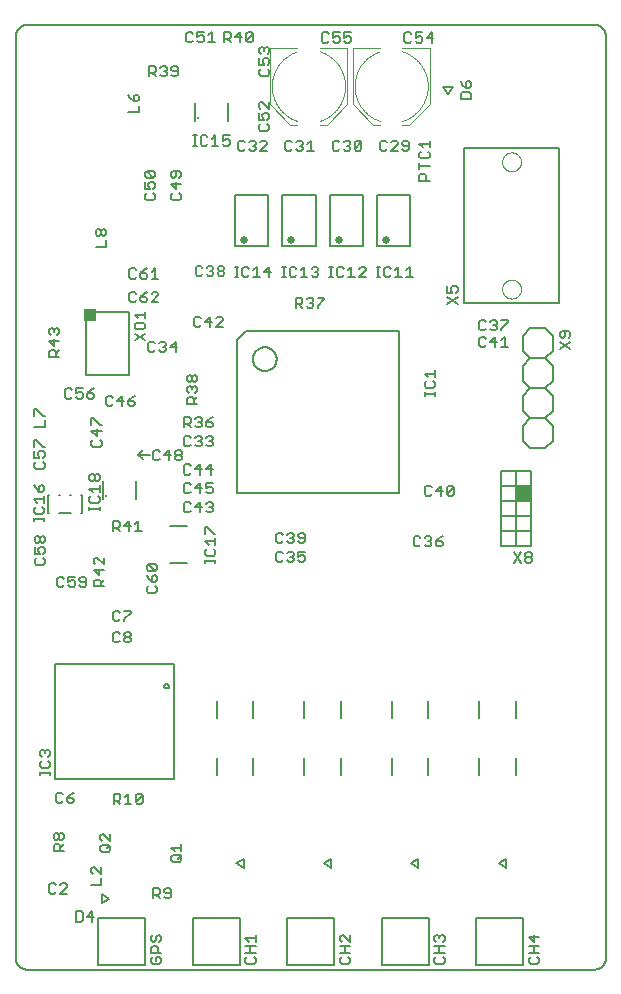
<source format=gto>
G75*
%MOIN*%
%OFA0B0*%
%FSLAX25Y25*%
%IPPOS*%
%LPD*%
%AMOC8*
5,1,8,0,0,1.08239X$1,22.5*
%
%ADD10C,0.00787*%
%ADD11C,0.00500*%
%ADD12C,0.00600*%
%ADD13C,0.00000*%
%ADD14C,0.00800*%
%ADD15C,0.02559*%
%ADD16R,0.05000X0.05000*%
%ADD17C,0.00787*%
%ADD18C,0.00400*%
%ADD19R,0.03937X0.03937*%
D10*
X0024048Y0068583D02*
X0063812Y0068583D01*
X0063812Y0106772D01*
X0024048Y0106772D01*
X0024048Y0068583D01*
X0060465Y0099488D02*
X0060467Y0099544D01*
X0060473Y0099599D01*
X0060483Y0099653D01*
X0060496Y0099707D01*
X0060514Y0099760D01*
X0060535Y0099811D01*
X0060559Y0099861D01*
X0060587Y0099909D01*
X0060619Y0099955D01*
X0060653Y0099999D01*
X0060691Y0100040D01*
X0060731Y0100078D01*
X0060774Y0100113D01*
X0060819Y0100145D01*
X0060867Y0100174D01*
X0060916Y0100200D01*
X0060967Y0100222D01*
X0061019Y0100240D01*
X0061073Y0100254D01*
X0061128Y0100265D01*
X0061183Y0100272D01*
X0061238Y0100275D01*
X0061294Y0100274D01*
X0061349Y0100269D01*
X0061404Y0100260D01*
X0061458Y0100248D01*
X0061511Y0100231D01*
X0061563Y0100211D01*
X0061613Y0100187D01*
X0061661Y0100160D01*
X0061708Y0100130D01*
X0061752Y0100096D01*
X0061794Y0100059D01*
X0061832Y0100019D01*
X0061869Y0099977D01*
X0061902Y0099932D01*
X0061931Y0099886D01*
X0061958Y0099837D01*
X0061980Y0099786D01*
X0062000Y0099734D01*
X0062015Y0099680D01*
X0062027Y0099626D01*
X0062035Y0099571D01*
X0062039Y0099516D01*
X0062039Y0099460D01*
X0062035Y0099405D01*
X0062027Y0099350D01*
X0062015Y0099296D01*
X0062000Y0099242D01*
X0061980Y0099190D01*
X0061958Y0099139D01*
X0061931Y0099090D01*
X0061902Y0099044D01*
X0061869Y0098999D01*
X0061832Y0098957D01*
X0061794Y0098917D01*
X0061752Y0098880D01*
X0061708Y0098846D01*
X0061661Y0098816D01*
X0061613Y0098789D01*
X0061563Y0098765D01*
X0061511Y0098745D01*
X0061458Y0098728D01*
X0061404Y0098716D01*
X0061349Y0098707D01*
X0061294Y0098702D01*
X0061238Y0098701D01*
X0061183Y0098704D01*
X0061128Y0098711D01*
X0061073Y0098722D01*
X0061019Y0098736D01*
X0060967Y0098754D01*
X0060916Y0098776D01*
X0060867Y0098802D01*
X0060819Y0098831D01*
X0060774Y0098863D01*
X0060731Y0098898D01*
X0060691Y0098936D01*
X0060653Y0098977D01*
X0060619Y0099021D01*
X0060587Y0099067D01*
X0060559Y0099115D01*
X0060535Y0099165D01*
X0060514Y0099216D01*
X0060496Y0099269D01*
X0060483Y0099323D01*
X0060473Y0099377D01*
X0060467Y0099432D01*
X0060465Y0099488D01*
X0053378Y0175079D02*
X0051804Y0176654D01*
X0053378Y0178228D01*
X0051804Y0176654D02*
X0055741Y0176654D01*
X0160465Y0227047D02*
X0160465Y0279016D01*
X0191961Y0279016D01*
X0191961Y0227047D01*
X0160465Y0227047D01*
D11*
X0010859Y0316024D02*
X0010859Y0008937D01*
X0010861Y0008813D01*
X0010867Y0008690D01*
X0010876Y0008566D01*
X0010890Y0008444D01*
X0010907Y0008321D01*
X0010929Y0008199D01*
X0010954Y0008078D01*
X0010983Y0007958D01*
X0011015Y0007839D01*
X0011052Y0007720D01*
X0011092Y0007603D01*
X0011135Y0007488D01*
X0011183Y0007373D01*
X0011234Y0007261D01*
X0011288Y0007150D01*
X0011346Y0007040D01*
X0011407Y0006933D01*
X0011472Y0006827D01*
X0011540Y0006724D01*
X0011611Y0006623D01*
X0011685Y0006524D01*
X0011762Y0006427D01*
X0011843Y0006333D01*
X0011926Y0006242D01*
X0012012Y0006153D01*
X0012101Y0006067D01*
X0012192Y0005984D01*
X0012286Y0005903D01*
X0012383Y0005826D01*
X0012482Y0005752D01*
X0012583Y0005681D01*
X0012686Y0005613D01*
X0012792Y0005548D01*
X0012899Y0005487D01*
X0013009Y0005429D01*
X0013120Y0005375D01*
X0013232Y0005324D01*
X0013347Y0005276D01*
X0013462Y0005233D01*
X0013579Y0005193D01*
X0013698Y0005156D01*
X0013817Y0005124D01*
X0013937Y0005095D01*
X0014058Y0005070D01*
X0014180Y0005048D01*
X0014303Y0005031D01*
X0014425Y0005017D01*
X0014549Y0005008D01*
X0014672Y0005002D01*
X0014796Y0005000D01*
X0203772Y0005000D01*
X0203896Y0005002D01*
X0204019Y0005008D01*
X0204143Y0005017D01*
X0204265Y0005031D01*
X0204388Y0005048D01*
X0204510Y0005070D01*
X0204631Y0005095D01*
X0204751Y0005124D01*
X0204870Y0005156D01*
X0204989Y0005193D01*
X0205106Y0005233D01*
X0205221Y0005276D01*
X0205336Y0005324D01*
X0205448Y0005375D01*
X0205559Y0005429D01*
X0205669Y0005487D01*
X0205776Y0005548D01*
X0205882Y0005613D01*
X0205985Y0005681D01*
X0206086Y0005752D01*
X0206185Y0005826D01*
X0206282Y0005903D01*
X0206376Y0005984D01*
X0206467Y0006067D01*
X0206556Y0006153D01*
X0206642Y0006242D01*
X0206725Y0006333D01*
X0206806Y0006427D01*
X0206883Y0006524D01*
X0206957Y0006623D01*
X0207028Y0006724D01*
X0207096Y0006827D01*
X0207161Y0006933D01*
X0207222Y0007040D01*
X0207280Y0007150D01*
X0207334Y0007261D01*
X0207385Y0007373D01*
X0207433Y0007488D01*
X0207476Y0007603D01*
X0207516Y0007720D01*
X0207553Y0007839D01*
X0207585Y0007958D01*
X0207614Y0008078D01*
X0207639Y0008199D01*
X0207661Y0008321D01*
X0207678Y0008444D01*
X0207692Y0008566D01*
X0207701Y0008690D01*
X0207707Y0008813D01*
X0207709Y0008937D01*
X0207709Y0316024D01*
X0207707Y0316148D01*
X0207701Y0316271D01*
X0207692Y0316395D01*
X0207678Y0316517D01*
X0207661Y0316640D01*
X0207639Y0316762D01*
X0207614Y0316883D01*
X0207585Y0317003D01*
X0207553Y0317122D01*
X0207516Y0317241D01*
X0207476Y0317358D01*
X0207433Y0317473D01*
X0207385Y0317588D01*
X0207334Y0317700D01*
X0207280Y0317811D01*
X0207222Y0317921D01*
X0207161Y0318028D01*
X0207096Y0318134D01*
X0207028Y0318237D01*
X0206957Y0318338D01*
X0206883Y0318437D01*
X0206806Y0318534D01*
X0206725Y0318628D01*
X0206642Y0318719D01*
X0206556Y0318808D01*
X0206467Y0318894D01*
X0206376Y0318977D01*
X0206282Y0319058D01*
X0206185Y0319135D01*
X0206086Y0319209D01*
X0205985Y0319280D01*
X0205882Y0319348D01*
X0205776Y0319413D01*
X0205669Y0319474D01*
X0205559Y0319532D01*
X0205448Y0319586D01*
X0205336Y0319637D01*
X0205221Y0319685D01*
X0205106Y0319728D01*
X0204989Y0319768D01*
X0204870Y0319805D01*
X0204751Y0319837D01*
X0204631Y0319866D01*
X0204510Y0319891D01*
X0204388Y0319913D01*
X0204265Y0319930D01*
X0204143Y0319944D01*
X0204019Y0319953D01*
X0203896Y0319959D01*
X0203772Y0319961D01*
X0014796Y0319961D01*
X0014672Y0319959D01*
X0014549Y0319953D01*
X0014425Y0319944D01*
X0014303Y0319930D01*
X0014180Y0319913D01*
X0014058Y0319891D01*
X0013937Y0319866D01*
X0013817Y0319837D01*
X0013698Y0319805D01*
X0013579Y0319768D01*
X0013462Y0319728D01*
X0013347Y0319685D01*
X0013232Y0319637D01*
X0013120Y0319586D01*
X0013009Y0319532D01*
X0012899Y0319474D01*
X0012792Y0319413D01*
X0012686Y0319348D01*
X0012583Y0319280D01*
X0012482Y0319209D01*
X0012383Y0319135D01*
X0012286Y0319058D01*
X0012192Y0318977D01*
X0012101Y0318894D01*
X0012012Y0318808D01*
X0011926Y0318719D01*
X0011843Y0318628D01*
X0011762Y0318534D01*
X0011685Y0318437D01*
X0011611Y0318338D01*
X0011540Y0318237D01*
X0011472Y0318134D01*
X0011407Y0318028D01*
X0011346Y0317921D01*
X0011288Y0317811D01*
X0011234Y0317700D01*
X0011183Y0317588D01*
X0011135Y0317473D01*
X0011092Y0317358D01*
X0011052Y0317241D01*
X0011015Y0317122D01*
X0010983Y0317003D01*
X0010954Y0316883D01*
X0010929Y0316762D01*
X0010907Y0316640D01*
X0010890Y0316517D01*
X0010876Y0316395D01*
X0010867Y0316271D01*
X0010861Y0316148D01*
X0010859Y0316024D01*
X0034481Y0224291D02*
X0048654Y0224291D01*
X0048654Y0203031D01*
X0034481Y0203031D01*
X0034481Y0224291D01*
X0038418Y0022323D02*
X0038418Y0006575D01*
X0054166Y0006575D01*
X0054166Y0022323D01*
X0038418Y0022323D01*
X0069914Y0022323D02*
X0069914Y0006575D01*
X0085662Y0006575D01*
X0085662Y0022323D01*
X0069914Y0022323D01*
X0101410Y0022323D02*
X0101410Y0006575D01*
X0117158Y0006575D01*
X0117158Y0022323D01*
X0101410Y0022323D01*
X0132906Y0022323D02*
X0132906Y0006575D01*
X0148654Y0006575D01*
X0148654Y0022323D01*
X0132906Y0022323D01*
X0164402Y0022323D02*
X0164402Y0006575D01*
X0180150Y0006575D01*
X0180150Y0022323D01*
X0164402Y0022323D01*
X0172788Y0146177D02*
X0177788Y0146177D01*
X0177788Y0171177D01*
X0182788Y0171177D01*
X0182788Y0166177D01*
X0172788Y0166177D01*
X0172788Y0171177D01*
X0177788Y0171177D01*
X0182788Y0166177D02*
X0182788Y0161177D01*
X0172788Y0161177D01*
X0172788Y0166177D01*
X0172788Y0161177D02*
X0172788Y0156177D01*
X0182788Y0156177D01*
X0182788Y0151177D01*
X0172788Y0151177D01*
X0172788Y0156177D01*
X0172788Y0151177D02*
X0172788Y0146177D01*
X0177788Y0146177D02*
X0182788Y0146177D01*
X0182788Y0151177D01*
X0182788Y0156177D02*
X0182788Y0161177D01*
D12*
X0182405Y0144073D02*
X0182973Y0143506D01*
X0182973Y0142939D01*
X0182405Y0142372D01*
X0181271Y0142372D01*
X0180704Y0142939D01*
X0180704Y0143506D01*
X0181271Y0144073D01*
X0182405Y0144073D01*
X0182405Y0142372D02*
X0182973Y0141804D01*
X0182973Y0141237D01*
X0182405Y0140670D01*
X0181271Y0140670D01*
X0180704Y0141237D01*
X0180704Y0141804D01*
X0181271Y0142372D01*
X0179289Y0144073D02*
X0177021Y0140670D01*
X0179289Y0140670D02*
X0177021Y0144073D01*
X0156876Y0163485D02*
X0156309Y0162918D01*
X0155175Y0162918D01*
X0154608Y0163485D01*
X0156876Y0165754D01*
X0156876Y0163485D01*
X0154608Y0163485D02*
X0154608Y0165754D01*
X0155175Y0166321D01*
X0156309Y0166321D01*
X0156876Y0165754D01*
X0153193Y0164620D02*
X0150925Y0164620D01*
X0152626Y0166321D01*
X0152626Y0162918D01*
X0149510Y0163485D02*
X0148943Y0162918D01*
X0147809Y0162918D01*
X0147241Y0163485D01*
X0147241Y0165754D01*
X0147809Y0166321D01*
X0148943Y0166321D01*
X0149510Y0165754D01*
X0138705Y0163768D02*
X0084587Y0163768D01*
X0084587Y0214933D01*
X0087540Y0217886D01*
X0138705Y0217886D01*
X0138705Y0163768D01*
X0144121Y0149447D02*
X0143554Y0148880D01*
X0143554Y0146611D01*
X0144121Y0146044D01*
X0145256Y0146044D01*
X0145823Y0146611D01*
X0147237Y0146611D02*
X0147805Y0146044D01*
X0148939Y0146044D01*
X0149506Y0146611D01*
X0149506Y0147178D01*
X0148939Y0147746D01*
X0148372Y0147746D01*
X0148939Y0147746D02*
X0149506Y0148313D01*
X0149506Y0148880D01*
X0148939Y0149447D01*
X0147805Y0149447D01*
X0147237Y0148880D01*
X0145823Y0148880D02*
X0145256Y0149447D01*
X0144121Y0149447D01*
X0150920Y0147746D02*
X0150920Y0146611D01*
X0151488Y0146044D01*
X0152622Y0146044D01*
X0153189Y0146611D01*
X0153189Y0147178D01*
X0152622Y0147746D01*
X0150920Y0147746D01*
X0152055Y0148880D01*
X0153189Y0149447D01*
X0182375Y0178701D02*
X0179875Y0181201D01*
X0179875Y0186201D01*
X0182375Y0188701D01*
X0179875Y0191201D01*
X0179875Y0196201D01*
X0182375Y0198701D01*
X0179875Y0201201D01*
X0179875Y0206201D01*
X0182375Y0208701D01*
X0179875Y0211201D01*
X0179875Y0216201D01*
X0182375Y0218701D01*
X0187375Y0218701D01*
X0189875Y0216201D01*
X0189875Y0211201D01*
X0187375Y0208701D01*
X0189875Y0206201D01*
X0189875Y0201201D01*
X0187375Y0198701D01*
X0182375Y0198701D01*
X0187375Y0198701D02*
X0189875Y0196201D01*
X0189875Y0191201D01*
X0187375Y0188701D01*
X0189875Y0186201D01*
X0189875Y0181201D01*
X0187375Y0178701D01*
X0182375Y0178701D01*
X0182375Y0188701D02*
X0187375Y0188701D01*
X0187375Y0208701D02*
X0182375Y0208701D01*
X0174987Y0212524D02*
X0172718Y0212524D01*
X0173852Y0212524D02*
X0173852Y0215927D01*
X0172718Y0214793D01*
X0171303Y0214226D02*
X0169035Y0214226D01*
X0170736Y0215927D01*
X0170736Y0212524D01*
X0170736Y0218036D02*
X0169602Y0218036D01*
X0169035Y0218603D01*
X0167620Y0218603D02*
X0167053Y0218036D01*
X0165919Y0218036D01*
X0165352Y0218603D01*
X0165352Y0220872D01*
X0165919Y0221439D01*
X0167053Y0221439D01*
X0167620Y0220872D01*
X0169035Y0220872D02*
X0169602Y0221439D01*
X0170736Y0221439D01*
X0171303Y0220872D01*
X0171303Y0220305D01*
X0170736Y0219738D01*
X0171303Y0219171D01*
X0171303Y0218603D01*
X0170736Y0218036D01*
X0170736Y0219738D02*
X0170169Y0219738D01*
X0172718Y0218603D02*
X0172718Y0218036D01*
X0172718Y0218603D02*
X0174987Y0220872D01*
X0174987Y0221439D01*
X0172718Y0221439D01*
X0167053Y0215927D02*
X0165919Y0215927D01*
X0165352Y0215360D01*
X0165352Y0213092D01*
X0165919Y0212524D01*
X0167053Y0212524D01*
X0167620Y0213092D01*
X0167620Y0215360D02*
X0167053Y0215927D01*
X0158197Y0226835D02*
X0154794Y0229104D01*
X0154794Y0230519D02*
X0156495Y0230519D01*
X0155928Y0231653D01*
X0155928Y0232220D01*
X0156495Y0232787D01*
X0157629Y0232787D01*
X0158197Y0232220D01*
X0158197Y0231086D01*
X0157629Y0230519D01*
X0158197Y0229104D02*
X0154794Y0226835D01*
X0154794Y0230519D02*
X0154794Y0232787D01*
X0143307Y0235847D02*
X0141039Y0235847D01*
X0142173Y0235847D02*
X0142173Y0239250D01*
X0141039Y0238116D01*
X0139624Y0235847D02*
X0137355Y0235847D01*
X0138490Y0235847D02*
X0138490Y0239250D01*
X0137355Y0238116D01*
X0135941Y0238683D02*
X0135374Y0239250D01*
X0134239Y0239250D01*
X0133672Y0238683D01*
X0133672Y0236414D01*
X0134239Y0235847D01*
X0135374Y0235847D01*
X0135941Y0236414D01*
X0132351Y0235847D02*
X0131217Y0235847D01*
X0131784Y0235847D02*
X0131784Y0239250D01*
X0131217Y0239250D02*
X0132351Y0239250D01*
X0127559Y0238683D02*
X0126992Y0239250D01*
X0125858Y0239250D01*
X0125291Y0238683D01*
X0127559Y0238683D02*
X0127559Y0238116D01*
X0125291Y0235847D01*
X0127559Y0235847D01*
X0123876Y0235847D02*
X0121607Y0235847D01*
X0122742Y0235847D02*
X0122742Y0239250D01*
X0121607Y0238116D01*
X0120193Y0238683D02*
X0119626Y0239250D01*
X0118491Y0239250D01*
X0117924Y0238683D01*
X0117924Y0236414D01*
X0118491Y0235847D01*
X0119626Y0235847D01*
X0120193Y0236414D01*
X0116603Y0235847D02*
X0115469Y0235847D01*
X0116036Y0235847D02*
X0116036Y0239250D01*
X0115469Y0239250D02*
X0116603Y0239250D01*
X0111811Y0238683D02*
X0111811Y0238116D01*
X0111244Y0237549D01*
X0111811Y0236982D01*
X0111811Y0236414D01*
X0111244Y0235847D01*
X0110110Y0235847D01*
X0109543Y0236414D01*
X0108128Y0235847D02*
X0105859Y0235847D01*
X0106994Y0235847D02*
X0106994Y0239250D01*
X0105859Y0238116D01*
X0104445Y0238683D02*
X0103878Y0239250D01*
X0102743Y0239250D01*
X0102176Y0238683D01*
X0102176Y0236414D01*
X0102743Y0235847D01*
X0103878Y0235847D01*
X0104445Y0236414D01*
X0100855Y0235847D02*
X0099721Y0235847D01*
X0100288Y0235847D02*
X0100288Y0239250D01*
X0099721Y0239250D02*
X0100855Y0239250D01*
X0096063Y0237549D02*
X0093795Y0237549D01*
X0095496Y0239250D01*
X0095496Y0235847D01*
X0092380Y0235847D02*
X0090111Y0235847D01*
X0091246Y0235847D02*
X0091246Y0239250D01*
X0090111Y0238116D01*
X0088697Y0238683D02*
X0088130Y0239250D01*
X0086995Y0239250D01*
X0086428Y0238683D01*
X0086428Y0236414D01*
X0086995Y0235847D01*
X0088130Y0235847D01*
X0088697Y0236414D01*
X0085107Y0235847D02*
X0083973Y0235847D01*
X0084540Y0235847D02*
X0084540Y0239250D01*
X0083973Y0239250D02*
X0085107Y0239250D01*
X0080498Y0238982D02*
X0080498Y0238415D01*
X0079931Y0237848D01*
X0078797Y0237848D01*
X0078230Y0238415D01*
X0078230Y0238982D01*
X0078797Y0239549D01*
X0079931Y0239549D01*
X0080498Y0238982D01*
X0079931Y0237848D02*
X0080498Y0237281D01*
X0080498Y0236714D01*
X0079931Y0236146D01*
X0078797Y0236146D01*
X0078230Y0236714D01*
X0078230Y0237281D01*
X0078797Y0237848D01*
X0076815Y0238415D02*
X0076248Y0237848D01*
X0076815Y0237281D01*
X0076815Y0236714D01*
X0076248Y0236146D01*
X0075114Y0236146D01*
X0074547Y0236714D01*
X0073132Y0236714D02*
X0072565Y0236146D01*
X0071431Y0236146D01*
X0070863Y0236714D01*
X0070863Y0238982D01*
X0071431Y0239549D01*
X0072565Y0239549D01*
X0073132Y0238982D01*
X0074547Y0238982D02*
X0075114Y0239549D01*
X0076248Y0239549D01*
X0076815Y0238982D01*
X0076815Y0238415D01*
X0076248Y0237848D02*
X0075681Y0237848D01*
X0075710Y0222675D02*
X0074009Y0220974D01*
X0076278Y0220974D01*
X0075710Y0222675D02*
X0075710Y0219272D01*
X0077692Y0219272D02*
X0079961Y0221541D01*
X0079961Y0222108D01*
X0079394Y0222675D01*
X0078259Y0222675D01*
X0077692Y0222108D01*
X0077692Y0219272D02*
X0079961Y0219272D01*
X0072594Y0219840D02*
X0072027Y0219272D01*
X0070893Y0219272D01*
X0070326Y0219840D01*
X0070326Y0222108D01*
X0070893Y0222675D01*
X0072027Y0222675D01*
X0072594Y0222108D01*
X0064183Y0214353D02*
X0064183Y0210950D01*
X0064750Y0212651D02*
X0062482Y0212651D01*
X0064183Y0214353D01*
X0061067Y0213785D02*
X0061067Y0213218D01*
X0060500Y0212651D01*
X0061067Y0212084D01*
X0061067Y0211517D01*
X0060500Y0210950D01*
X0059366Y0210950D01*
X0058799Y0211517D01*
X0057384Y0211517D02*
X0056817Y0210950D01*
X0055683Y0210950D01*
X0055115Y0211517D01*
X0055115Y0213785D01*
X0055683Y0214353D01*
X0056817Y0214353D01*
X0057384Y0213785D01*
X0058799Y0213785D02*
X0059366Y0214353D01*
X0060500Y0214353D01*
X0061067Y0213785D01*
X0060500Y0212651D02*
X0059933Y0212651D01*
X0053929Y0214723D02*
X0050526Y0216992D01*
X0051093Y0218406D02*
X0050526Y0218973D01*
X0050526Y0220108D01*
X0051093Y0220675D01*
X0053362Y0220675D01*
X0053929Y0220108D01*
X0053929Y0218973D01*
X0053362Y0218406D01*
X0051093Y0218406D01*
X0053929Y0216992D02*
X0050526Y0214723D01*
X0051660Y0222089D02*
X0050526Y0223224D01*
X0053929Y0223224D01*
X0053929Y0224358D02*
X0053929Y0222089D01*
X0054201Y0227485D02*
X0053067Y0227485D01*
X0052499Y0228052D01*
X0052499Y0229186D01*
X0054201Y0229186D01*
X0054768Y0228619D01*
X0054768Y0228052D01*
X0054201Y0227485D01*
X0056183Y0227485D02*
X0058451Y0229754D01*
X0058451Y0230321D01*
X0057884Y0230888D01*
X0056750Y0230888D01*
X0056183Y0230321D01*
X0054768Y0230888D02*
X0053634Y0230321D01*
X0052499Y0229186D01*
X0051085Y0228052D02*
X0050518Y0227485D01*
X0049383Y0227485D01*
X0048816Y0228052D01*
X0048816Y0230321D01*
X0049383Y0230888D01*
X0050518Y0230888D01*
X0051085Y0230321D01*
X0050518Y0235359D02*
X0051085Y0235926D01*
X0050518Y0235359D02*
X0049383Y0235359D01*
X0048816Y0235926D01*
X0048816Y0238195D01*
X0049383Y0238762D01*
X0050518Y0238762D01*
X0051085Y0238195D01*
X0052499Y0237061D02*
X0054201Y0237061D01*
X0054768Y0236493D01*
X0054768Y0235926D01*
X0054201Y0235359D01*
X0053067Y0235359D01*
X0052499Y0235926D01*
X0052499Y0237061D01*
X0053634Y0238195D01*
X0054768Y0238762D01*
X0056183Y0237628D02*
X0057317Y0238762D01*
X0057317Y0235359D01*
X0056183Y0235359D02*
X0058451Y0235359D01*
X0058451Y0227485D02*
X0056183Y0227485D01*
X0040992Y0245831D02*
X0040992Y0248100D01*
X0040425Y0249515D02*
X0039858Y0249515D01*
X0039290Y0250082D01*
X0039290Y0251216D01*
X0039858Y0251783D01*
X0040425Y0251783D01*
X0040992Y0251216D01*
X0040992Y0250082D01*
X0040425Y0249515D01*
X0039290Y0250082D02*
X0038723Y0249515D01*
X0038156Y0249515D01*
X0037589Y0250082D01*
X0037589Y0251216D01*
X0038156Y0251783D01*
X0038723Y0251783D01*
X0039290Y0251216D01*
X0037589Y0245831D02*
X0040992Y0245831D01*
X0054518Y0261455D02*
X0056787Y0261455D01*
X0057354Y0262022D01*
X0057354Y0263157D01*
X0056787Y0263724D01*
X0056787Y0265138D02*
X0057354Y0265706D01*
X0057354Y0266840D01*
X0056787Y0267407D01*
X0055653Y0267407D01*
X0055085Y0266840D01*
X0055085Y0266273D01*
X0055653Y0265138D01*
X0053951Y0265138D01*
X0053951Y0267407D01*
X0054518Y0268822D02*
X0053951Y0269389D01*
X0053951Y0270523D01*
X0054518Y0271090D01*
X0056787Y0268822D01*
X0057354Y0269389D01*
X0057354Y0270523D01*
X0056787Y0271090D01*
X0054518Y0271090D01*
X0054518Y0268822D02*
X0056787Y0268822D01*
X0054518Y0263724D02*
X0053951Y0263157D01*
X0053951Y0262022D01*
X0054518Y0261455D01*
X0062613Y0262022D02*
X0063180Y0261455D01*
X0065448Y0261455D01*
X0066015Y0262022D01*
X0066015Y0263157D01*
X0065448Y0263724D01*
X0064314Y0265138D02*
X0062613Y0266840D01*
X0066015Y0266840D01*
X0064314Y0267407D02*
X0064314Y0265138D01*
X0063180Y0263724D02*
X0062613Y0263157D01*
X0062613Y0262022D01*
X0063180Y0268822D02*
X0063747Y0268822D01*
X0064314Y0269389D01*
X0064314Y0271090D01*
X0065448Y0271090D02*
X0063180Y0271090D01*
X0062613Y0270523D01*
X0062613Y0269389D01*
X0063180Y0268822D01*
X0065448Y0268822D02*
X0066015Y0269389D01*
X0066015Y0270523D01*
X0065448Y0271090D01*
X0070083Y0279639D02*
X0071217Y0279639D01*
X0070650Y0279639D02*
X0070650Y0283041D01*
X0070083Y0283041D02*
X0071217Y0283041D01*
X0072538Y0282474D02*
X0072538Y0280206D01*
X0073106Y0279639D01*
X0074240Y0279639D01*
X0074807Y0280206D01*
X0076222Y0279639D02*
X0078490Y0279639D01*
X0077356Y0279639D02*
X0077356Y0283041D01*
X0076222Y0281907D01*
X0074807Y0282474D02*
X0074240Y0283041D01*
X0073106Y0283041D01*
X0072538Y0282474D01*
X0070611Y0287752D02*
X0070611Y0293902D01*
X0064433Y0302737D02*
X0065000Y0303304D01*
X0065000Y0305573D01*
X0064433Y0306140D01*
X0063299Y0306140D01*
X0062732Y0305573D01*
X0062732Y0305006D01*
X0063299Y0304438D01*
X0065000Y0304438D01*
X0064433Y0302737D02*
X0063299Y0302737D01*
X0062732Y0303304D01*
X0061317Y0303304D02*
X0060750Y0302737D01*
X0059616Y0302737D01*
X0059048Y0303304D01*
X0057634Y0302737D02*
X0056500Y0303871D01*
X0057067Y0303871D02*
X0055365Y0303871D01*
X0055365Y0302737D02*
X0055365Y0306140D01*
X0057067Y0306140D01*
X0057634Y0305573D01*
X0057634Y0304438D01*
X0057067Y0303871D01*
X0059048Y0305573D02*
X0059616Y0306140D01*
X0060750Y0306140D01*
X0061317Y0305573D01*
X0061317Y0305006D01*
X0060750Y0304438D01*
X0061317Y0303871D01*
X0061317Y0303304D01*
X0060750Y0304438D02*
X0060183Y0304438D01*
X0068281Y0314099D02*
X0067714Y0314666D01*
X0067714Y0316935D01*
X0068281Y0317502D01*
X0069415Y0317502D01*
X0069982Y0316935D01*
X0071397Y0317502D02*
X0071397Y0315801D01*
X0072531Y0316368D01*
X0073098Y0316368D01*
X0073666Y0315801D01*
X0073666Y0314666D01*
X0073098Y0314099D01*
X0071964Y0314099D01*
X0071397Y0314666D01*
X0069982Y0314666D02*
X0069415Y0314099D01*
X0068281Y0314099D01*
X0071397Y0317502D02*
X0073666Y0317502D01*
X0075080Y0316368D02*
X0076214Y0317502D01*
X0076214Y0314099D01*
X0075080Y0314099D02*
X0077349Y0314099D01*
X0080312Y0314099D02*
X0080312Y0317502D01*
X0082014Y0317502D01*
X0082581Y0316935D01*
X0082581Y0315801D01*
X0082014Y0315234D01*
X0080312Y0315234D01*
X0081447Y0315234D02*
X0082581Y0314099D01*
X0083995Y0315801D02*
X0086264Y0315801D01*
X0085697Y0314099D02*
X0085697Y0317502D01*
X0083995Y0315801D01*
X0087679Y0314666D02*
X0087679Y0316935D01*
X0088246Y0317502D01*
X0089380Y0317502D01*
X0089947Y0316935D01*
X0087679Y0314666D01*
X0088246Y0314099D01*
X0089380Y0314099D01*
X0089947Y0314666D01*
X0089947Y0316935D01*
X0092625Y0312435D02*
X0093192Y0312435D01*
X0093759Y0311868D01*
X0094326Y0312435D01*
X0094893Y0312435D01*
X0095460Y0311868D01*
X0095460Y0310733D01*
X0094893Y0310166D01*
X0094893Y0308752D02*
X0095460Y0308185D01*
X0095460Y0307050D01*
X0094893Y0306483D01*
X0093759Y0306483D02*
X0093192Y0307617D01*
X0093192Y0308185D01*
X0093759Y0308752D01*
X0094893Y0308752D01*
X0093759Y0306483D02*
X0092057Y0306483D01*
X0092057Y0308752D01*
X0092625Y0310166D02*
X0092057Y0310733D01*
X0092057Y0311868D01*
X0092625Y0312435D01*
X0093759Y0311868D02*
X0093759Y0311301D01*
X0094893Y0305069D02*
X0095460Y0304501D01*
X0095460Y0303367D01*
X0094893Y0302800D01*
X0092625Y0302800D01*
X0092057Y0303367D01*
X0092057Y0304501D01*
X0092625Y0305069D01*
X0092487Y0294187D02*
X0091920Y0293620D01*
X0091920Y0292485D01*
X0092487Y0291918D01*
X0091920Y0290504D02*
X0091920Y0288235D01*
X0093621Y0288235D01*
X0093054Y0289369D01*
X0093054Y0289937D01*
X0093621Y0290504D01*
X0094755Y0290504D01*
X0095323Y0289937D01*
X0095323Y0288802D01*
X0094755Y0288235D01*
X0094755Y0286821D02*
X0095323Y0286253D01*
X0095323Y0285119D01*
X0094755Y0284552D01*
X0092487Y0284552D01*
X0091920Y0285119D01*
X0091920Y0286253D01*
X0092487Y0286821D01*
X0092970Y0281282D02*
X0092403Y0280714D01*
X0092970Y0281282D02*
X0094104Y0281282D01*
X0094672Y0280714D01*
X0094672Y0280147D01*
X0092403Y0277879D01*
X0094672Y0277879D01*
X0090988Y0278446D02*
X0090421Y0277879D01*
X0089287Y0277879D01*
X0088720Y0278446D01*
X0087305Y0278446D02*
X0086738Y0277879D01*
X0085604Y0277879D01*
X0085037Y0278446D01*
X0085037Y0280714D01*
X0085604Y0281282D01*
X0086738Y0281282D01*
X0087305Y0280714D01*
X0088720Y0280714D02*
X0089287Y0281282D01*
X0090421Y0281282D01*
X0090988Y0280714D01*
X0090988Y0280147D01*
X0090421Y0279580D01*
X0090988Y0279013D01*
X0090988Y0278446D01*
X0090421Y0279580D02*
X0089854Y0279580D01*
X0082173Y0280206D02*
X0081606Y0279639D01*
X0080472Y0279639D01*
X0079905Y0280206D01*
X0079905Y0281340D02*
X0081039Y0281907D01*
X0081606Y0281907D01*
X0082173Y0281340D01*
X0082173Y0280206D01*
X0079905Y0281340D02*
X0079905Y0283041D01*
X0082173Y0283041D01*
X0081812Y0287752D02*
X0081812Y0293902D01*
X0092487Y0294187D02*
X0093054Y0294187D01*
X0095323Y0291918D01*
X0095323Y0294187D01*
X0101352Y0281282D02*
X0100785Y0280714D01*
X0100785Y0278446D01*
X0101352Y0277879D01*
X0102486Y0277879D01*
X0103053Y0278446D01*
X0104468Y0278446D02*
X0105035Y0277879D01*
X0106169Y0277879D01*
X0106736Y0278446D01*
X0106736Y0279013D01*
X0106169Y0279580D01*
X0105602Y0279580D01*
X0106169Y0279580D02*
X0106736Y0280147D01*
X0106736Y0280714D01*
X0106169Y0281282D01*
X0105035Y0281282D01*
X0104468Y0280714D01*
X0103053Y0280714D02*
X0102486Y0281282D01*
X0101352Y0281282D01*
X0108151Y0280147D02*
X0109285Y0281282D01*
X0109285Y0277879D01*
X0108151Y0277879D02*
X0110420Y0277879D01*
X0116533Y0278446D02*
X0117100Y0277879D01*
X0118234Y0277879D01*
X0118801Y0278446D01*
X0120216Y0278446D02*
X0120783Y0277879D01*
X0121917Y0277879D01*
X0122485Y0278446D01*
X0122485Y0279013D01*
X0121917Y0279580D01*
X0121350Y0279580D01*
X0121917Y0279580D02*
X0122485Y0280147D01*
X0122485Y0280714D01*
X0121917Y0281282D01*
X0120783Y0281282D01*
X0120216Y0280714D01*
X0118801Y0280714D02*
X0118234Y0281282D01*
X0117100Y0281282D01*
X0116533Y0280714D01*
X0116533Y0278446D01*
X0123899Y0278446D02*
X0126168Y0280714D01*
X0126168Y0278446D01*
X0125601Y0277879D01*
X0124466Y0277879D01*
X0123899Y0278446D01*
X0123899Y0280714D01*
X0124466Y0281282D01*
X0125601Y0281282D01*
X0126168Y0280714D01*
X0132281Y0280714D02*
X0132281Y0278446D01*
X0132848Y0277879D01*
X0133982Y0277879D01*
X0134549Y0278446D01*
X0135964Y0277879D02*
X0138233Y0280147D01*
X0138233Y0280714D01*
X0137665Y0281282D01*
X0136531Y0281282D01*
X0135964Y0280714D01*
X0134549Y0280714D02*
X0133982Y0281282D01*
X0132848Y0281282D01*
X0132281Y0280714D01*
X0135964Y0277879D02*
X0138233Y0277879D01*
X0139647Y0278446D02*
X0140214Y0277879D01*
X0141349Y0277879D01*
X0141916Y0278446D01*
X0141916Y0280714D01*
X0141349Y0281282D01*
X0140214Y0281282D01*
X0139647Y0280714D01*
X0139647Y0280147D01*
X0140214Y0279580D01*
X0141916Y0279580D01*
X0145463Y0280200D02*
X0148866Y0280200D01*
X0148866Y0279066D02*
X0148866Y0281335D01*
X0146597Y0279066D02*
X0145463Y0280200D01*
X0146030Y0277651D02*
X0145463Y0277084D01*
X0145463Y0275950D01*
X0146030Y0275383D01*
X0148299Y0275383D01*
X0148866Y0275950D01*
X0148866Y0277084D01*
X0148299Y0277651D01*
X0145463Y0273968D02*
X0145463Y0271700D01*
X0145463Y0272834D02*
X0148866Y0272834D01*
X0147164Y0270285D02*
X0146030Y0270285D01*
X0145463Y0269718D01*
X0145463Y0268017D01*
X0148866Y0268017D01*
X0147732Y0268017D02*
X0147732Y0269718D01*
X0147164Y0270285D01*
X0159187Y0295178D02*
X0159187Y0296879D01*
X0159755Y0297446D01*
X0162023Y0297446D01*
X0162590Y0296879D01*
X0162590Y0295178D01*
X0159187Y0295178D01*
X0160889Y0298861D02*
X0160889Y0300562D01*
X0161456Y0301130D01*
X0162023Y0301130D01*
X0162590Y0300562D01*
X0162590Y0299428D01*
X0162023Y0298861D01*
X0160889Y0298861D01*
X0159755Y0299995D01*
X0159187Y0301130D01*
X0156528Y0299094D02*
X0154953Y0296732D01*
X0153378Y0299094D01*
X0156528Y0299094D01*
X0149557Y0313961D02*
X0149557Y0317364D01*
X0147856Y0315663D01*
X0150124Y0315663D01*
X0146441Y0315663D02*
X0146441Y0314529D01*
X0145874Y0313961D01*
X0144740Y0313961D01*
X0144173Y0314529D01*
X0144173Y0315663D02*
X0145307Y0316230D01*
X0145874Y0316230D01*
X0146441Y0315663D01*
X0146441Y0317364D02*
X0144173Y0317364D01*
X0144173Y0315663D01*
X0142758Y0316797D02*
X0142191Y0317364D01*
X0141057Y0317364D01*
X0140489Y0316797D01*
X0140489Y0314529D01*
X0141057Y0313961D01*
X0142191Y0313961D01*
X0142758Y0314529D01*
X0122565Y0314529D02*
X0121998Y0313961D01*
X0120864Y0313961D01*
X0120297Y0314529D01*
X0120297Y0315663D02*
X0121431Y0316230D01*
X0121998Y0316230D01*
X0122565Y0315663D01*
X0122565Y0314529D01*
X0120297Y0315663D02*
X0120297Y0317364D01*
X0122565Y0317364D01*
X0118882Y0317364D02*
X0116614Y0317364D01*
X0116614Y0315663D01*
X0117748Y0316230D01*
X0118315Y0316230D01*
X0118882Y0315663D01*
X0118882Y0314529D01*
X0118315Y0313961D01*
X0117181Y0313961D01*
X0116614Y0314529D01*
X0115199Y0314529D02*
X0114632Y0313961D01*
X0113498Y0313961D01*
X0112930Y0314529D01*
X0112930Y0316797D01*
X0113498Y0317364D01*
X0114632Y0317364D01*
X0115199Y0316797D01*
X0111244Y0239250D02*
X0110110Y0239250D01*
X0109543Y0238683D01*
X0110677Y0237549D02*
X0111244Y0237549D01*
X0111811Y0238683D02*
X0111244Y0239250D01*
X0111550Y0228975D02*
X0113819Y0228975D01*
X0113819Y0228407D01*
X0111550Y0226139D01*
X0111550Y0225572D01*
X0110136Y0226139D02*
X0109569Y0225572D01*
X0108434Y0225572D01*
X0107867Y0226139D01*
X0106453Y0225572D02*
X0105318Y0226706D01*
X0105886Y0226706D02*
X0104184Y0226706D01*
X0104184Y0225572D02*
X0104184Y0228975D01*
X0105886Y0228975D01*
X0106453Y0228407D01*
X0106453Y0227273D01*
X0105886Y0226706D01*
X0107867Y0228407D02*
X0108434Y0228975D01*
X0109569Y0228975D01*
X0110136Y0228407D01*
X0110136Y0227840D01*
X0109569Y0227273D01*
X0110136Y0226706D01*
X0110136Y0226139D01*
X0109569Y0227273D02*
X0109002Y0227273D01*
X0089993Y0208543D02*
X0089995Y0208668D01*
X0090001Y0208793D01*
X0090011Y0208917D01*
X0090025Y0209041D01*
X0090042Y0209165D01*
X0090064Y0209288D01*
X0090090Y0209410D01*
X0090119Y0209532D01*
X0090152Y0209652D01*
X0090190Y0209771D01*
X0090230Y0209890D01*
X0090275Y0210006D01*
X0090323Y0210121D01*
X0090375Y0210235D01*
X0090431Y0210347D01*
X0090490Y0210457D01*
X0090552Y0210565D01*
X0090618Y0210672D01*
X0090687Y0210776D01*
X0090760Y0210877D01*
X0090835Y0210977D01*
X0090914Y0211074D01*
X0090996Y0211168D01*
X0091081Y0211260D01*
X0091168Y0211349D01*
X0091259Y0211435D01*
X0091352Y0211518D01*
X0091448Y0211599D01*
X0091546Y0211676D01*
X0091646Y0211750D01*
X0091749Y0211821D01*
X0091854Y0211888D01*
X0091962Y0211953D01*
X0092071Y0212013D01*
X0092182Y0212071D01*
X0092295Y0212124D01*
X0092409Y0212174D01*
X0092525Y0212221D01*
X0092642Y0212263D01*
X0092761Y0212302D01*
X0092881Y0212338D01*
X0093002Y0212369D01*
X0093124Y0212397D01*
X0093246Y0212420D01*
X0093370Y0212440D01*
X0093494Y0212456D01*
X0093618Y0212468D01*
X0093743Y0212476D01*
X0093868Y0212480D01*
X0093992Y0212480D01*
X0094117Y0212476D01*
X0094242Y0212468D01*
X0094366Y0212456D01*
X0094490Y0212440D01*
X0094614Y0212420D01*
X0094736Y0212397D01*
X0094858Y0212369D01*
X0094979Y0212338D01*
X0095099Y0212302D01*
X0095218Y0212263D01*
X0095335Y0212221D01*
X0095451Y0212174D01*
X0095565Y0212124D01*
X0095678Y0212071D01*
X0095789Y0212013D01*
X0095899Y0211953D01*
X0096006Y0211888D01*
X0096111Y0211821D01*
X0096214Y0211750D01*
X0096314Y0211676D01*
X0096412Y0211599D01*
X0096508Y0211518D01*
X0096601Y0211435D01*
X0096692Y0211349D01*
X0096779Y0211260D01*
X0096864Y0211168D01*
X0096946Y0211074D01*
X0097025Y0210977D01*
X0097100Y0210877D01*
X0097173Y0210776D01*
X0097242Y0210672D01*
X0097308Y0210565D01*
X0097370Y0210457D01*
X0097429Y0210347D01*
X0097485Y0210235D01*
X0097537Y0210121D01*
X0097585Y0210006D01*
X0097630Y0209890D01*
X0097670Y0209771D01*
X0097708Y0209652D01*
X0097741Y0209532D01*
X0097770Y0209410D01*
X0097796Y0209288D01*
X0097818Y0209165D01*
X0097835Y0209041D01*
X0097849Y0208917D01*
X0097859Y0208793D01*
X0097865Y0208668D01*
X0097867Y0208543D01*
X0097865Y0208418D01*
X0097859Y0208293D01*
X0097849Y0208169D01*
X0097835Y0208045D01*
X0097818Y0207921D01*
X0097796Y0207798D01*
X0097770Y0207676D01*
X0097741Y0207554D01*
X0097708Y0207434D01*
X0097670Y0207315D01*
X0097630Y0207196D01*
X0097585Y0207080D01*
X0097537Y0206965D01*
X0097485Y0206851D01*
X0097429Y0206739D01*
X0097370Y0206629D01*
X0097308Y0206521D01*
X0097242Y0206414D01*
X0097173Y0206310D01*
X0097100Y0206209D01*
X0097025Y0206109D01*
X0096946Y0206012D01*
X0096864Y0205918D01*
X0096779Y0205826D01*
X0096692Y0205737D01*
X0096601Y0205651D01*
X0096508Y0205568D01*
X0096412Y0205487D01*
X0096314Y0205410D01*
X0096214Y0205336D01*
X0096111Y0205265D01*
X0096006Y0205198D01*
X0095898Y0205133D01*
X0095789Y0205073D01*
X0095678Y0205015D01*
X0095565Y0204962D01*
X0095451Y0204912D01*
X0095335Y0204865D01*
X0095218Y0204823D01*
X0095099Y0204784D01*
X0094979Y0204748D01*
X0094858Y0204717D01*
X0094736Y0204689D01*
X0094614Y0204666D01*
X0094490Y0204646D01*
X0094366Y0204630D01*
X0094242Y0204618D01*
X0094117Y0204610D01*
X0093992Y0204606D01*
X0093868Y0204606D01*
X0093743Y0204610D01*
X0093618Y0204618D01*
X0093494Y0204630D01*
X0093370Y0204646D01*
X0093246Y0204666D01*
X0093124Y0204689D01*
X0093002Y0204717D01*
X0092881Y0204748D01*
X0092761Y0204784D01*
X0092642Y0204823D01*
X0092525Y0204865D01*
X0092409Y0204912D01*
X0092295Y0204962D01*
X0092182Y0205015D01*
X0092071Y0205073D01*
X0091961Y0205133D01*
X0091854Y0205198D01*
X0091749Y0205265D01*
X0091646Y0205336D01*
X0091546Y0205410D01*
X0091448Y0205487D01*
X0091352Y0205568D01*
X0091259Y0205651D01*
X0091168Y0205737D01*
X0091081Y0205826D01*
X0090996Y0205918D01*
X0090914Y0206012D01*
X0090835Y0206109D01*
X0090760Y0206209D01*
X0090687Y0206310D01*
X0090618Y0206414D01*
X0090552Y0206521D01*
X0090490Y0206629D01*
X0090431Y0206739D01*
X0090375Y0206851D01*
X0090323Y0206965D01*
X0090275Y0207080D01*
X0090230Y0207196D01*
X0090190Y0207315D01*
X0090152Y0207434D01*
X0090119Y0207554D01*
X0090090Y0207676D01*
X0090064Y0207798D01*
X0090042Y0207921D01*
X0090025Y0208045D01*
X0090011Y0208169D01*
X0090001Y0208293D01*
X0089995Y0208418D01*
X0089993Y0208543D01*
X0076561Y0189156D02*
X0075427Y0188589D01*
X0074293Y0187454D01*
X0075994Y0187454D01*
X0076561Y0186887D01*
X0076561Y0186320D01*
X0075994Y0185753D01*
X0074860Y0185753D01*
X0074293Y0186320D01*
X0074293Y0187454D01*
X0072878Y0186887D02*
X0072878Y0186320D01*
X0072311Y0185753D01*
X0071177Y0185753D01*
X0070610Y0186320D01*
X0069195Y0185753D02*
X0068061Y0186887D01*
X0068628Y0186887D02*
X0066926Y0186887D01*
X0066926Y0185753D02*
X0066926Y0189156D01*
X0068628Y0189156D01*
X0069195Y0188589D01*
X0069195Y0187454D01*
X0068628Y0186887D01*
X0070610Y0188589D02*
X0071177Y0189156D01*
X0072311Y0189156D01*
X0072878Y0188589D01*
X0072878Y0188021D01*
X0072311Y0187454D01*
X0072878Y0186887D01*
X0072311Y0187454D02*
X0071744Y0187454D01*
X0072311Y0182856D02*
X0072878Y0182289D01*
X0072878Y0181722D01*
X0072311Y0181155D01*
X0072878Y0180588D01*
X0072878Y0180021D01*
X0072311Y0179454D01*
X0071177Y0179454D01*
X0070610Y0180021D01*
X0069195Y0180021D02*
X0068628Y0179454D01*
X0067494Y0179454D01*
X0066926Y0180021D01*
X0066926Y0182289D01*
X0067494Y0182856D01*
X0068628Y0182856D01*
X0069195Y0182289D01*
X0070610Y0182289D02*
X0071177Y0182856D01*
X0072311Y0182856D01*
X0072311Y0181155D02*
X0071744Y0181155D01*
X0074293Y0180021D02*
X0074860Y0179454D01*
X0075994Y0179454D01*
X0076561Y0180021D01*
X0076561Y0180588D01*
X0075994Y0181155D01*
X0075427Y0181155D01*
X0075994Y0181155D02*
X0076561Y0181722D01*
X0076561Y0182289D01*
X0075994Y0182856D01*
X0074860Y0182856D01*
X0074293Y0182289D01*
X0075994Y0173408D02*
X0074293Y0171706D01*
X0076561Y0171706D01*
X0075994Y0170005D02*
X0075994Y0173408D01*
X0072878Y0171706D02*
X0070610Y0171706D01*
X0072311Y0173408D01*
X0072311Y0170005D01*
X0072311Y0167108D02*
X0070610Y0165407D01*
X0072878Y0165407D01*
X0074293Y0165407D02*
X0075427Y0165974D01*
X0075994Y0165974D01*
X0076561Y0165407D01*
X0076561Y0164273D01*
X0075994Y0163706D01*
X0074860Y0163706D01*
X0074293Y0164273D01*
X0074293Y0165407D02*
X0074293Y0167108D01*
X0076561Y0167108D01*
X0072311Y0167108D02*
X0072311Y0163706D01*
X0072311Y0160809D02*
X0070610Y0159108D01*
X0072878Y0159108D01*
X0072311Y0157406D02*
X0072311Y0160809D01*
X0074293Y0160242D02*
X0074860Y0160809D01*
X0075994Y0160809D01*
X0076561Y0160242D01*
X0076561Y0159675D01*
X0075994Y0159108D01*
X0076561Y0158541D01*
X0076561Y0157973D01*
X0075994Y0157406D01*
X0074860Y0157406D01*
X0074293Y0157973D01*
X0075427Y0159108D02*
X0075994Y0159108D01*
X0074629Y0152618D02*
X0074061Y0152618D01*
X0074061Y0150349D01*
X0074629Y0152618D02*
X0076897Y0150349D01*
X0077464Y0150349D01*
X0077464Y0148935D02*
X0077464Y0146666D01*
X0077464Y0147800D02*
X0074061Y0147800D01*
X0075196Y0146666D01*
X0074629Y0145251D02*
X0074061Y0144684D01*
X0074061Y0143550D01*
X0074629Y0142983D01*
X0076897Y0142983D01*
X0077464Y0143550D01*
X0077464Y0144684D01*
X0076897Y0145251D01*
X0077464Y0141662D02*
X0077464Y0140527D01*
X0077464Y0141095D02*
X0074061Y0141095D01*
X0074061Y0141662D02*
X0074061Y0140527D01*
X0067997Y0140654D02*
X0062386Y0140654D01*
X0058004Y0139677D02*
X0058004Y0138542D01*
X0057436Y0137975D01*
X0055168Y0140244D01*
X0057436Y0140244D01*
X0058004Y0139677D01*
X0057436Y0137975D02*
X0055168Y0137975D01*
X0054601Y0138542D01*
X0054601Y0139677D01*
X0055168Y0140244D01*
X0054601Y0136561D02*
X0055168Y0135426D01*
X0056302Y0134292D01*
X0056302Y0135993D01*
X0056869Y0136561D01*
X0057436Y0136561D01*
X0058004Y0135993D01*
X0058004Y0134859D01*
X0057436Y0134292D01*
X0056302Y0134292D01*
X0055168Y0132877D02*
X0054601Y0132310D01*
X0054601Y0131176D01*
X0055168Y0130609D01*
X0057436Y0130609D01*
X0058004Y0131176D01*
X0058004Y0132310D01*
X0057436Y0132877D01*
X0049256Y0124589D02*
X0049256Y0124022D01*
X0046988Y0121753D01*
X0046988Y0121186D01*
X0045573Y0121753D02*
X0045006Y0121186D01*
X0043872Y0121186D01*
X0043304Y0121753D01*
X0043304Y0124022D01*
X0043872Y0124589D01*
X0045006Y0124589D01*
X0045573Y0124022D01*
X0046988Y0124589D02*
X0049256Y0124589D01*
X0048689Y0117502D02*
X0049256Y0116935D01*
X0049256Y0116368D01*
X0048689Y0115801D01*
X0047555Y0115801D01*
X0046988Y0116368D01*
X0046988Y0116935D01*
X0047555Y0117502D01*
X0048689Y0117502D01*
X0048689Y0115801D02*
X0049256Y0115234D01*
X0049256Y0114666D01*
X0048689Y0114099D01*
X0047555Y0114099D01*
X0046988Y0114666D01*
X0046988Y0115234D01*
X0047555Y0115801D01*
X0045573Y0116935D02*
X0045006Y0117502D01*
X0043872Y0117502D01*
X0043304Y0116935D01*
X0043304Y0114666D01*
X0043872Y0114099D01*
X0045006Y0114099D01*
X0045573Y0114666D01*
X0040342Y0132721D02*
X0036939Y0132721D01*
X0036939Y0134423D01*
X0037506Y0134990D01*
X0038641Y0134990D01*
X0039208Y0134423D01*
X0039208Y0132721D01*
X0039208Y0133856D02*
X0040342Y0134990D01*
X0038641Y0136404D02*
X0038641Y0138673D01*
X0040342Y0138106D02*
X0036939Y0138106D01*
X0038641Y0136404D01*
X0037506Y0140088D02*
X0036939Y0140655D01*
X0036939Y0141789D01*
X0037506Y0142356D01*
X0038074Y0142356D01*
X0040342Y0140088D01*
X0040342Y0142356D01*
X0033862Y0135923D02*
X0034429Y0135356D01*
X0034429Y0133088D01*
X0033862Y0132520D01*
X0032728Y0132520D01*
X0032161Y0133088D01*
X0032728Y0134222D02*
X0034429Y0134222D01*
X0032728Y0134222D02*
X0032161Y0134789D01*
X0032161Y0135356D01*
X0032728Y0135923D01*
X0033862Y0135923D01*
X0030746Y0135923D02*
X0028478Y0135923D01*
X0028478Y0134222D01*
X0029612Y0134789D01*
X0030179Y0134789D01*
X0030746Y0134222D01*
X0030746Y0133088D01*
X0030179Y0132520D01*
X0029045Y0132520D01*
X0028478Y0133088D01*
X0027063Y0133088D02*
X0026496Y0132520D01*
X0025362Y0132520D01*
X0024794Y0133088D01*
X0024794Y0135356D01*
X0025362Y0135923D01*
X0026496Y0135923D01*
X0027063Y0135356D01*
X0020657Y0140375D02*
X0020090Y0139808D01*
X0017821Y0139808D01*
X0017254Y0140375D01*
X0017254Y0141509D01*
X0017821Y0142076D01*
X0017254Y0143491D02*
X0018956Y0143491D01*
X0018389Y0144625D01*
X0018389Y0145192D01*
X0018956Y0145760D01*
X0020090Y0145760D01*
X0020657Y0145192D01*
X0020657Y0144058D01*
X0020090Y0143491D01*
X0020090Y0142076D02*
X0020657Y0141509D01*
X0020657Y0140375D01*
X0017254Y0143491D02*
X0017254Y0145760D01*
X0017821Y0147174D02*
X0018389Y0147174D01*
X0018956Y0147741D01*
X0018956Y0148876D01*
X0019523Y0149443D01*
X0020090Y0149443D01*
X0020657Y0148876D01*
X0020657Y0147741D01*
X0020090Y0147174D01*
X0019523Y0147174D01*
X0018956Y0147741D01*
X0018956Y0148876D02*
X0018389Y0149443D01*
X0017821Y0149443D01*
X0017254Y0148876D01*
X0017254Y0147741D01*
X0017821Y0147174D01*
X0016979Y0154493D02*
X0016979Y0155627D01*
X0016979Y0155060D02*
X0020382Y0155060D01*
X0020382Y0154493D02*
X0020382Y0155627D01*
X0019814Y0156948D02*
X0017546Y0156948D01*
X0016979Y0157515D01*
X0016979Y0158650D01*
X0017546Y0159217D01*
X0018113Y0160631D02*
X0016979Y0161766D01*
X0020382Y0161766D01*
X0020382Y0162900D02*
X0020382Y0160631D01*
X0019814Y0159217D02*
X0020382Y0158650D01*
X0020382Y0157515D01*
X0019814Y0156948D01*
X0021796Y0157028D02*
X0022166Y0157028D01*
X0021796Y0157028D02*
X0021796Y0163209D01*
X0022166Y0163209D01*
X0020382Y0164882D02*
X0020382Y0166016D01*
X0019814Y0166583D01*
X0019247Y0166583D01*
X0018680Y0166016D01*
X0018680Y0164315D01*
X0019814Y0164315D01*
X0020382Y0164882D01*
X0018680Y0164315D02*
X0017546Y0165449D01*
X0016979Y0166583D01*
X0017684Y0171954D02*
X0019952Y0171954D01*
X0020519Y0172521D01*
X0020519Y0173655D01*
X0019952Y0174222D01*
X0019952Y0175637D02*
X0020519Y0176204D01*
X0020519Y0177338D01*
X0019952Y0177905D01*
X0018818Y0177905D01*
X0018251Y0177338D01*
X0018251Y0176771D01*
X0018818Y0175637D01*
X0017116Y0175637D01*
X0017116Y0177905D01*
X0017116Y0179320D02*
X0017116Y0181588D01*
X0017684Y0181588D01*
X0019952Y0179320D01*
X0020519Y0179320D01*
X0017684Y0174222D02*
X0017116Y0173655D01*
X0017116Y0172521D01*
X0017684Y0171954D01*
X0025339Y0163209D02*
X0025709Y0163209D01*
X0029079Y0163209D02*
X0029449Y0163209D01*
X0032623Y0163209D02*
X0032993Y0163209D01*
X0032993Y0157028D01*
X0032623Y0157028D01*
X0035502Y0158056D02*
X0035502Y0159190D01*
X0035502Y0158623D02*
X0038905Y0158623D01*
X0038905Y0158056D02*
X0038905Y0159190D01*
X0038338Y0160511D02*
X0038905Y0161078D01*
X0038905Y0162213D01*
X0038338Y0162780D01*
X0038905Y0164194D02*
X0038905Y0166463D01*
X0038905Y0165329D02*
X0035502Y0165329D01*
X0036637Y0164194D01*
X0036069Y0162780D02*
X0035502Y0162213D01*
X0035502Y0161078D01*
X0036069Y0160511D01*
X0038338Y0160511D01*
X0039902Y0161768D02*
X0039902Y0167917D01*
X0038905Y0168445D02*
X0038338Y0167878D01*
X0037771Y0167878D01*
X0037204Y0168445D01*
X0037204Y0169579D01*
X0037771Y0170146D01*
X0038338Y0170146D01*
X0038905Y0169579D01*
X0038905Y0168445D01*
X0037204Y0168445D02*
X0036637Y0167878D01*
X0036069Y0167878D01*
X0035502Y0168445D01*
X0035502Y0169579D01*
X0036069Y0170146D01*
X0036637Y0170146D01*
X0037204Y0169579D01*
X0036719Y0179178D02*
X0038988Y0179178D01*
X0039555Y0179745D01*
X0039555Y0180879D01*
X0038988Y0181447D01*
X0037853Y0182861D02*
X0037853Y0185130D01*
X0036152Y0184563D02*
X0037853Y0182861D01*
X0036719Y0181447D02*
X0036152Y0180879D01*
X0036152Y0179745D01*
X0036719Y0179178D01*
X0036152Y0184563D02*
X0039555Y0184563D01*
X0039555Y0186544D02*
X0038988Y0186544D01*
X0036719Y0188813D01*
X0036152Y0188813D01*
X0036152Y0186544D01*
X0036486Y0195339D02*
X0035352Y0195339D01*
X0034785Y0195907D01*
X0034785Y0197041D01*
X0036486Y0197041D01*
X0037053Y0196474D01*
X0037053Y0195907D01*
X0036486Y0195339D01*
X0034785Y0197041D02*
X0035919Y0198175D01*
X0037053Y0198742D01*
X0033370Y0198742D02*
X0031102Y0198742D01*
X0031102Y0197041D01*
X0032236Y0197608D01*
X0032803Y0197608D01*
X0033370Y0197041D01*
X0033370Y0195907D01*
X0032803Y0195339D01*
X0031669Y0195339D01*
X0031102Y0195907D01*
X0029687Y0195907D02*
X0029120Y0195339D01*
X0027986Y0195339D01*
X0027419Y0195907D01*
X0027419Y0198175D01*
X0027986Y0198742D01*
X0029120Y0198742D01*
X0029687Y0198175D01*
X0025382Y0209099D02*
X0021979Y0209099D01*
X0021979Y0210801D01*
X0022546Y0211368D01*
X0023680Y0211368D01*
X0024247Y0210801D01*
X0024247Y0209099D01*
X0024247Y0210234D02*
X0025382Y0211368D01*
X0023680Y0212782D02*
X0021979Y0214484D01*
X0025382Y0214484D01*
X0023680Y0215051D02*
X0023680Y0212782D01*
X0022546Y0216466D02*
X0021979Y0217033D01*
X0021979Y0218167D01*
X0022546Y0218734D01*
X0023113Y0218734D01*
X0023680Y0218167D01*
X0024247Y0218734D01*
X0024814Y0218734D01*
X0025382Y0218167D01*
X0025382Y0217033D01*
X0024814Y0216466D01*
X0023680Y0217600D02*
X0023680Y0218167D01*
X0017684Y0191941D02*
X0019952Y0189672D01*
X0020519Y0189672D01*
X0020519Y0188258D02*
X0020519Y0185989D01*
X0017116Y0185989D01*
X0017116Y0189672D02*
X0017116Y0191941D01*
X0017684Y0191941D01*
X0025339Y0157028D02*
X0029449Y0157028D01*
X0043304Y0154510D02*
X0043304Y0151107D01*
X0043304Y0152241D02*
X0045006Y0152241D01*
X0045573Y0152809D01*
X0045573Y0153943D01*
X0045006Y0154510D01*
X0043304Y0154510D01*
X0044439Y0152241D02*
X0045573Y0151107D01*
X0046988Y0152809D02*
X0048689Y0154510D01*
X0048689Y0151107D01*
X0049256Y0152809D02*
X0046988Y0152809D01*
X0050671Y0153376D02*
X0051805Y0154510D01*
X0051805Y0151107D01*
X0050671Y0151107D02*
X0052939Y0151107D01*
X0051103Y0161768D02*
X0051103Y0167917D01*
X0057257Y0174729D02*
X0058392Y0174729D01*
X0058959Y0175296D01*
X0057257Y0174729D02*
X0056690Y0175296D01*
X0056690Y0177565D01*
X0057257Y0178132D01*
X0058392Y0178132D01*
X0058959Y0177565D01*
X0060373Y0176431D02*
X0062642Y0176431D01*
X0064057Y0176998D02*
X0064057Y0177565D01*
X0064624Y0178132D01*
X0065758Y0178132D01*
X0066325Y0177565D01*
X0066325Y0176998D01*
X0065758Y0176431D01*
X0064624Y0176431D01*
X0064057Y0176998D01*
X0064624Y0176431D02*
X0064057Y0175863D01*
X0064057Y0175296D01*
X0064624Y0174729D01*
X0065758Y0174729D01*
X0066325Y0175296D01*
X0066325Y0175863D01*
X0065758Y0176431D01*
X0067494Y0173408D02*
X0066926Y0172840D01*
X0066926Y0170572D01*
X0067494Y0170005D01*
X0068628Y0170005D01*
X0069195Y0170572D01*
X0069195Y0172840D02*
X0068628Y0173408D01*
X0067494Y0173408D01*
X0062075Y0174729D02*
X0062075Y0178132D01*
X0060373Y0176431D01*
X0067494Y0167108D02*
X0066926Y0166541D01*
X0066926Y0164273D01*
X0067494Y0163706D01*
X0068628Y0163706D01*
X0069195Y0164273D01*
X0069195Y0166541D02*
X0068628Y0167108D01*
X0067494Y0167108D01*
X0067494Y0160809D02*
X0066926Y0160242D01*
X0066926Y0157973D01*
X0067494Y0157406D01*
X0068628Y0157406D01*
X0069195Y0157973D01*
X0069195Y0160242D02*
X0068628Y0160809D01*
X0067494Y0160809D01*
X0067997Y0152811D02*
X0062386Y0152811D01*
X0067987Y0193601D02*
X0067987Y0195302D01*
X0068554Y0195870D01*
X0069688Y0195870D01*
X0070255Y0195302D01*
X0070255Y0193601D01*
X0070255Y0194735D02*
X0071389Y0195870D01*
X0070822Y0197284D02*
X0071389Y0197851D01*
X0071389Y0198986D01*
X0070822Y0199553D01*
X0070255Y0199553D01*
X0069688Y0198986D01*
X0069688Y0198418D01*
X0069688Y0198986D02*
X0069121Y0199553D01*
X0068554Y0199553D01*
X0067987Y0198986D01*
X0067987Y0197851D01*
X0068554Y0197284D01*
X0068554Y0200967D02*
X0067987Y0201534D01*
X0067987Y0202669D01*
X0068554Y0203236D01*
X0069121Y0203236D01*
X0069688Y0202669D01*
X0069688Y0201534D01*
X0069121Y0200967D01*
X0068554Y0200967D01*
X0069688Y0201534D02*
X0070255Y0200967D01*
X0070822Y0200967D01*
X0071389Y0201534D01*
X0071389Y0202669D01*
X0070822Y0203236D01*
X0070255Y0203236D01*
X0069688Y0202669D01*
X0071389Y0193601D02*
X0067987Y0193601D01*
X0050577Y0193407D02*
X0050577Y0193974D01*
X0050010Y0194541D01*
X0048309Y0194541D01*
X0048309Y0193407D01*
X0048876Y0192839D01*
X0050010Y0192839D01*
X0050577Y0193407D01*
X0049443Y0195675D02*
X0048309Y0194541D01*
X0046894Y0194541D02*
X0044625Y0194541D01*
X0046327Y0196242D01*
X0046327Y0192839D01*
X0043211Y0193407D02*
X0042644Y0192839D01*
X0041509Y0192839D01*
X0040942Y0193407D01*
X0040942Y0195675D01*
X0041509Y0196242D01*
X0042644Y0196242D01*
X0043211Y0195675D01*
X0049443Y0195675D02*
X0050577Y0196242D01*
X0097635Y0150006D02*
X0097635Y0147737D01*
X0098202Y0147170D01*
X0099337Y0147170D01*
X0099904Y0147737D01*
X0101318Y0147737D02*
X0101885Y0147170D01*
X0103020Y0147170D01*
X0103587Y0147737D01*
X0103587Y0148304D01*
X0103020Y0148872D01*
X0102453Y0148872D01*
X0103020Y0148872D02*
X0103587Y0149439D01*
X0103587Y0150006D01*
X0103020Y0150573D01*
X0101885Y0150573D01*
X0101318Y0150006D01*
X0099904Y0150006D02*
X0099337Y0150573D01*
X0098202Y0150573D01*
X0097635Y0150006D01*
X0098202Y0144274D02*
X0097635Y0143707D01*
X0097635Y0141438D01*
X0098202Y0140871D01*
X0099337Y0140871D01*
X0099904Y0141438D01*
X0101318Y0141438D02*
X0101885Y0140871D01*
X0103020Y0140871D01*
X0103587Y0141438D01*
X0103587Y0142005D01*
X0103020Y0142572D01*
X0102453Y0142572D01*
X0103020Y0142572D02*
X0103587Y0143139D01*
X0103587Y0143707D01*
X0103020Y0144274D01*
X0101885Y0144274D01*
X0101318Y0143707D01*
X0099904Y0143707D02*
X0099337Y0144274D01*
X0098202Y0144274D01*
X0105001Y0144274D02*
X0105001Y0142572D01*
X0106136Y0143139D01*
X0106703Y0143139D01*
X0107270Y0142572D01*
X0107270Y0141438D01*
X0106703Y0140871D01*
X0105569Y0140871D01*
X0105001Y0141438D01*
X0105001Y0144274D02*
X0107270Y0144274D01*
X0106703Y0147170D02*
X0105569Y0147170D01*
X0105001Y0147737D01*
X0105569Y0148872D02*
X0107270Y0148872D01*
X0107270Y0150006D02*
X0107270Y0147737D01*
X0106703Y0147170D01*
X0105569Y0148872D02*
X0105001Y0149439D01*
X0105001Y0150006D01*
X0105569Y0150573D01*
X0106703Y0150573D01*
X0107270Y0150006D01*
X0107142Y0094421D02*
X0107142Y0088811D01*
X0107142Y0075524D02*
X0107142Y0069913D01*
X0119300Y0069913D02*
X0119300Y0075524D01*
X0119300Y0088811D02*
X0119300Y0094421D01*
X0136276Y0094421D02*
X0136276Y0088811D01*
X0136276Y0075524D02*
X0136276Y0069913D01*
X0148434Y0069913D02*
X0148434Y0075524D01*
X0148434Y0088811D02*
X0148434Y0094421D01*
X0165410Y0094421D02*
X0165410Y0088811D01*
X0165410Y0075524D02*
X0165410Y0069913D01*
X0177567Y0069913D02*
X0177567Y0075524D01*
X0177567Y0088811D02*
X0177567Y0094421D01*
X0174245Y0042008D02*
X0171882Y0040433D01*
X0174245Y0038858D01*
X0174245Y0042008D01*
X0183660Y0016510D02*
X0183660Y0014241D01*
X0181959Y0015943D01*
X0185362Y0015943D01*
X0185362Y0012827D02*
X0181959Y0012827D01*
X0183660Y0012827D02*
X0183660Y0010558D01*
X0181959Y0010558D02*
X0185362Y0010558D01*
X0184795Y0009143D02*
X0185362Y0008576D01*
X0185362Y0007442D01*
X0184795Y0006875D01*
X0182526Y0006875D01*
X0181959Y0007442D01*
X0181959Y0008576D01*
X0182526Y0009143D01*
X0153866Y0008576D02*
X0153299Y0009143D01*
X0153866Y0008576D02*
X0153866Y0007442D01*
X0153299Y0006875D01*
X0151030Y0006875D01*
X0150463Y0007442D01*
X0150463Y0008576D01*
X0151030Y0009143D01*
X0150463Y0010558D02*
X0153866Y0010558D01*
X0152164Y0010558D02*
X0152164Y0012827D01*
X0150463Y0012827D02*
X0153866Y0012827D01*
X0153299Y0014241D02*
X0153866Y0014808D01*
X0153866Y0015943D01*
X0153299Y0016510D01*
X0152732Y0016510D01*
X0152164Y0015943D01*
X0152164Y0015375D01*
X0152164Y0015943D02*
X0151597Y0016510D01*
X0151030Y0016510D01*
X0150463Y0015943D01*
X0150463Y0014808D01*
X0151030Y0014241D01*
X0145111Y0038858D02*
X0142749Y0040433D01*
X0145111Y0042008D01*
X0145111Y0038858D01*
X0122370Y0016510D02*
X0122370Y0014241D01*
X0120101Y0016510D01*
X0119534Y0016510D01*
X0118967Y0015943D01*
X0118967Y0014808D01*
X0119534Y0014241D01*
X0118967Y0012827D02*
X0122370Y0012827D01*
X0120668Y0012827D02*
X0120668Y0010558D01*
X0118967Y0010558D02*
X0122370Y0010558D01*
X0121803Y0009143D02*
X0122370Y0008576D01*
X0122370Y0007442D01*
X0121803Y0006875D01*
X0119534Y0006875D01*
X0118967Y0007442D01*
X0118967Y0008576D01*
X0119534Y0009143D01*
X0115977Y0038858D02*
X0113615Y0040433D01*
X0115977Y0042008D01*
X0115977Y0038858D01*
X0090874Y0016510D02*
X0090874Y0014241D01*
X0090874Y0015375D02*
X0087471Y0015375D01*
X0088605Y0014241D01*
X0089172Y0012827D02*
X0089172Y0010558D01*
X0087471Y0010558D02*
X0090874Y0010558D01*
X0090307Y0009143D02*
X0090874Y0008576D01*
X0090874Y0007442D01*
X0090307Y0006875D01*
X0088038Y0006875D01*
X0087471Y0007442D01*
X0087471Y0008576D01*
X0088038Y0009143D01*
X0087471Y0012827D02*
X0090874Y0012827D01*
X0086843Y0038858D02*
X0084481Y0040433D01*
X0086843Y0042008D01*
X0086843Y0038858D01*
X0066153Y0041434D02*
X0065586Y0040867D01*
X0063317Y0040867D01*
X0062750Y0041434D01*
X0062750Y0042568D01*
X0063317Y0043135D01*
X0065586Y0043135D01*
X0066153Y0042568D01*
X0066153Y0041434D01*
X0065019Y0042001D02*
X0066153Y0043135D01*
X0066153Y0044550D02*
X0066153Y0046819D01*
X0066153Y0045684D02*
X0062750Y0045684D01*
X0063885Y0044550D01*
X0062071Y0032124D02*
X0060936Y0032124D01*
X0060369Y0031557D01*
X0060369Y0030990D01*
X0060936Y0030423D01*
X0062638Y0030423D01*
X0062638Y0031557D02*
X0062071Y0032124D01*
X0062638Y0031557D02*
X0062638Y0029288D01*
X0062071Y0028721D01*
X0060936Y0028721D01*
X0060369Y0029288D01*
X0058955Y0028721D02*
X0057820Y0029856D01*
X0058388Y0029856D02*
X0056686Y0029856D01*
X0056686Y0028721D02*
X0056686Y0032124D01*
X0058388Y0032124D01*
X0058955Y0031557D01*
X0058955Y0030423D01*
X0058388Y0029856D01*
X0058243Y0016510D02*
X0058811Y0016510D01*
X0059378Y0015943D01*
X0059378Y0014808D01*
X0058811Y0014241D01*
X0057676Y0014808D02*
X0057676Y0015943D01*
X0058243Y0016510D01*
X0056542Y0016510D02*
X0055975Y0015943D01*
X0055975Y0014808D01*
X0056542Y0014241D01*
X0057109Y0014241D01*
X0057676Y0014808D01*
X0057676Y0012827D02*
X0056542Y0012827D01*
X0055975Y0012259D01*
X0055975Y0010558D01*
X0059378Y0010558D01*
X0058243Y0010558D02*
X0058243Y0012259D01*
X0057676Y0012827D01*
X0057676Y0009143D02*
X0057676Y0008009D01*
X0057676Y0009143D02*
X0058811Y0009143D01*
X0059378Y0008576D01*
X0059378Y0007442D01*
X0058811Y0006875D01*
X0056542Y0006875D01*
X0055975Y0007442D01*
X0055975Y0008576D01*
X0056542Y0009143D01*
X0041961Y0028622D02*
X0039599Y0030197D01*
X0039599Y0027047D01*
X0041961Y0028622D01*
X0039417Y0033233D02*
X0039417Y0035502D01*
X0039417Y0036916D02*
X0037148Y0039185D01*
X0036581Y0039185D01*
X0036014Y0038618D01*
X0036014Y0037483D01*
X0036581Y0036916D01*
X0039417Y0036916D02*
X0039417Y0039185D01*
X0039593Y0044257D02*
X0039026Y0044824D01*
X0039026Y0045958D01*
X0039593Y0046525D01*
X0041862Y0046525D01*
X0042429Y0045958D01*
X0042429Y0044824D01*
X0041862Y0044257D01*
X0039593Y0044257D01*
X0041295Y0045391D02*
X0042429Y0046525D01*
X0042429Y0047940D02*
X0040160Y0050208D01*
X0039593Y0050208D01*
X0039026Y0049641D01*
X0039026Y0048507D01*
X0039593Y0047940D01*
X0042429Y0047940D02*
X0042429Y0050208D01*
X0043554Y0060217D02*
X0043554Y0063620D01*
X0045256Y0063620D01*
X0045823Y0063053D01*
X0045823Y0061919D01*
X0045256Y0061352D01*
X0043554Y0061352D01*
X0044689Y0061352D02*
X0045823Y0060217D01*
X0047237Y0060217D02*
X0049506Y0060217D01*
X0048372Y0060217D02*
X0048372Y0063620D01*
X0047237Y0062486D01*
X0050920Y0063053D02*
X0050920Y0060784D01*
X0053189Y0063053D01*
X0053189Y0060784D01*
X0052622Y0060217D01*
X0051488Y0060217D01*
X0050920Y0060784D01*
X0050920Y0063053D02*
X0051488Y0063620D01*
X0052622Y0063620D01*
X0053189Y0063053D01*
X0039417Y0033233D02*
X0036014Y0033233D01*
X0027992Y0033132D02*
X0027992Y0032565D01*
X0025724Y0030296D01*
X0027992Y0030296D01*
X0027992Y0033132D02*
X0027425Y0033699D01*
X0026291Y0033699D01*
X0025724Y0033132D01*
X0024309Y0033132D02*
X0023742Y0033699D01*
X0022608Y0033699D01*
X0022041Y0033132D01*
X0022041Y0030863D01*
X0022608Y0030296D01*
X0023742Y0030296D01*
X0024309Y0030863D01*
X0030958Y0024388D02*
X0030958Y0020985D01*
X0032659Y0020985D01*
X0033226Y0021552D01*
X0033226Y0023821D01*
X0032659Y0024388D01*
X0030958Y0024388D01*
X0034641Y0022686D02*
X0036910Y0022686D01*
X0036342Y0020985D02*
X0036342Y0024388D01*
X0034641Y0022686D01*
X0026956Y0044532D02*
X0023553Y0044532D01*
X0023553Y0046234D01*
X0024121Y0046801D01*
X0025255Y0046801D01*
X0025822Y0046234D01*
X0025822Y0044532D01*
X0025822Y0045667D02*
X0026956Y0046801D01*
X0026389Y0048215D02*
X0025822Y0048215D01*
X0025255Y0048783D01*
X0025255Y0049917D01*
X0025822Y0050484D01*
X0026389Y0050484D01*
X0026956Y0049917D01*
X0026956Y0048783D01*
X0026389Y0048215D01*
X0025255Y0048783D02*
X0024688Y0048215D01*
X0024121Y0048215D01*
X0023553Y0048783D01*
X0023553Y0049917D01*
X0024121Y0050484D01*
X0024688Y0050484D01*
X0025255Y0049917D01*
X0024974Y0060556D02*
X0026108Y0060556D01*
X0026675Y0061123D01*
X0028090Y0061123D02*
X0028090Y0062257D01*
X0029791Y0062257D01*
X0030359Y0061690D01*
X0030359Y0061123D01*
X0029791Y0060556D01*
X0028657Y0060556D01*
X0028090Y0061123D01*
X0028090Y0062257D02*
X0029224Y0063392D01*
X0030359Y0063959D01*
X0026675Y0063392D02*
X0026108Y0063959D01*
X0024974Y0063959D01*
X0024407Y0063392D01*
X0024407Y0061123D01*
X0024974Y0060556D01*
X0022370Y0069867D02*
X0022370Y0071001D01*
X0022370Y0070434D02*
X0018967Y0070434D01*
X0018967Y0069867D02*
X0018967Y0071001D01*
X0019534Y0072322D02*
X0018967Y0072890D01*
X0018967Y0074024D01*
X0019534Y0074591D01*
X0019534Y0076005D02*
X0018967Y0076573D01*
X0018967Y0077707D01*
X0019534Y0078274D01*
X0020101Y0078274D01*
X0020668Y0077707D01*
X0021235Y0078274D01*
X0021803Y0078274D01*
X0022370Y0077707D01*
X0022370Y0076573D01*
X0021803Y0076005D01*
X0021803Y0074591D02*
X0022370Y0074024D01*
X0022370Y0072890D01*
X0021803Y0072322D01*
X0019534Y0072322D01*
X0020668Y0077140D02*
X0020668Y0077707D01*
X0078008Y0075524D02*
X0078008Y0069913D01*
X0090166Y0069913D02*
X0090166Y0075524D01*
X0090166Y0088811D02*
X0090166Y0094421D01*
X0078008Y0094421D02*
X0078008Y0088811D01*
X0147231Y0196356D02*
X0147231Y0197491D01*
X0147231Y0196923D02*
X0150634Y0196923D01*
X0150634Y0196356D02*
X0150634Y0197491D01*
X0150066Y0198812D02*
X0150634Y0199379D01*
X0150634Y0200513D01*
X0150066Y0201080D01*
X0150634Y0202495D02*
X0150634Y0204763D01*
X0150634Y0203629D02*
X0147231Y0203629D01*
X0148365Y0202495D01*
X0147798Y0201080D02*
X0147231Y0200513D01*
X0147231Y0199379D01*
X0147798Y0198812D01*
X0150066Y0198812D01*
X0192372Y0211934D02*
X0195775Y0214203D01*
X0195207Y0215618D02*
X0195775Y0216185D01*
X0195775Y0217319D01*
X0195207Y0217886D01*
X0192939Y0217886D01*
X0192372Y0217319D01*
X0192372Y0216185D01*
X0192939Y0215618D01*
X0193506Y0215618D01*
X0194073Y0216185D01*
X0194073Y0217886D01*
X0192372Y0214203D02*
X0195775Y0211934D01*
X0051878Y0290713D02*
X0051878Y0292982D01*
X0051311Y0294397D02*
X0050176Y0294397D01*
X0050176Y0296098D01*
X0050743Y0296665D01*
X0051311Y0296665D01*
X0051878Y0296098D01*
X0051878Y0294964D01*
X0051311Y0294397D01*
X0050176Y0294397D02*
X0049042Y0295531D01*
X0048475Y0296665D01*
X0048475Y0290713D02*
X0051878Y0290713D01*
D13*
X0173063Y0274232D02*
X0173065Y0274344D01*
X0173071Y0274455D01*
X0173081Y0274567D01*
X0173095Y0274678D01*
X0173112Y0274788D01*
X0173134Y0274898D01*
X0173160Y0275007D01*
X0173189Y0275115D01*
X0173222Y0275221D01*
X0173259Y0275327D01*
X0173300Y0275431D01*
X0173345Y0275534D01*
X0173393Y0275635D01*
X0173444Y0275734D01*
X0173499Y0275831D01*
X0173558Y0275926D01*
X0173619Y0276020D01*
X0173684Y0276111D01*
X0173753Y0276199D01*
X0173824Y0276285D01*
X0173898Y0276369D01*
X0173976Y0276449D01*
X0174056Y0276527D01*
X0174139Y0276603D01*
X0174224Y0276675D01*
X0174312Y0276744D01*
X0174402Y0276810D01*
X0174495Y0276872D01*
X0174590Y0276932D01*
X0174687Y0276988D01*
X0174785Y0277040D01*
X0174886Y0277089D01*
X0174988Y0277134D01*
X0175092Y0277176D01*
X0175197Y0277214D01*
X0175304Y0277248D01*
X0175411Y0277278D01*
X0175520Y0277305D01*
X0175629Y0277327D01*
X0175740Y0277346D01*
X0175850Y0277361D01*
X0175962Y0277372D01*
X0176073Y0277379D01*
X0176185Y0277382D01*
X0176297Y0277381D01*
X0176409Y0277376D01*
X0176520Y0277367D01*
X0176631Y0277354D01*
X0176742Y0277337D01*
X0176852Y0277317D01*
X0176961Y0277292D01*
X0177069Y0277264D01*
X0177176Y0277231D01*
X0177282Y0277195D01*
X0177386Y0277155D01*
X0177489Y0277112D01*
X0177591Y0277065D01*
X0177690Y0277014D01*
X0177788Y0276960D01*
X0177884Y0276902D01*
X0177978Y0276841D01*
X0178069Y0276777D01*
X0178158Y0276710D01*
X0178245Y0276639D01*
X0178329Y0276565D01*
X0178411Y0276489D01*
X0178489Y0276409D01*
X0178565Y0276327D01*
X0178638Y0276242D01*
X0178708Y0276155D01*
X0178774Y0276065D01*
X0178838Y0275973D01*
X0178898Y0275879D01*
X0178955Y0275783D01*
X0179008Y0275684D01*
X0179058Y0275584D01*
X0179104Y0275483D01*
X0179147Y0275379D01*
X0179186Y0275274D01*
X0179221Y0275168D01*
X0179252Y0275061D01*
X0179280Y0274952D01*
X0179303Y0274843D01*
X0179323Y0274733D01*
X0179339Y0274622D01*
X0179351Y0274511D01*
X0179359Y0274400D01*
X0179363Y0274288D01*
X0179363Y0274176D01*
X0179359Y0274064D01*
X0179351Y0273953D01*
X0179339Y0273842D01*
X0179323Y0273731D01*
X0179303Y0273621D01*
X0179280Y0273512D01*
X0179252Y0273403D01*
X0179221Y0273296D01*
X0179186Y0273190D01*
X0179147Y0273085D01*
X0179104Y0272981D01*
X0179058Y0272880D01*
X0179008Y0272780D01*
X0178955Y0272681D01*
X0178898Y0272585D01*
X0178838Y0272491D01*
X0178774Y0272399D01*
X0178708Y0272309D01*
X0178638Y0272222D01*
X0178565Y0272137D01*
X0178489Y0272055D01*
X0178411Y0271975D01*
X0178329Y0271899D01*
X0178245Y0271825D01*
X0178158Y0271754D01*
X0178069Y0271687D01*
X0177978Y0271623D01*
X0177884Y0271562D01*
X0177788Y0271504D01*
X0177690Y0271450D01*
X0177591Y0271399D01*
X0177489Y0271352D01*
X0177386Y0271309D01*
X0177282Y0271269D01*
X0177176Y0271233D01*
X0177069Y0271200D01*
X0176961Y0271172D01*
X0176852Y0271147D01*
X0176742Y0271127D01*
X0176631Y0271110D01*
X0176520Y0271097D01*
X0176409Y0271088D01*
X0176297Y0271083D01*
X0176185Y0271082D01*
X0176073Y0271085D01*
X0175962Y0271092D01*
X0175850Y0271103D01*
X0175740Y0271118D01*
X0175629Y0271137D01*
X0175520Y0271159D01*
X0175411Y0271186D01*
X0175304Y0271216D01*
X0175197Y0271250D01*
X0175092Y0271288D01*
X0174988Y0271330D01*
X0174886Y0271375D01*
X0174785Y0271424D01*
X0174687Y0271476D01*
X0174590Y0271532D01*
X0174495Y0271592D01*
X0174402Y0271654D01*
X0174312Y0271720D01*
X0174224Y0271789D01*
X0174139Y0271861D01*
X0174056Y0271937D01*
X0173976Y0272015D01*
X0173898Y0272095D01*
X0173824Y0272179D01*
X0173753Y0272265D01*
X0173684Y0272353D01*
X0173619Y0272444D01*
X0173558Y0272538D01*
X0173499Y0272633D01*
X0173444Y0272730D01*
X0173393Y0272829D01*
X0173345Y0272930D01*
X0173300Y0273033D01*
X0173259Y0273137D01*
X0173222Y0273243D01*
X0173189Y0273349D01*
X0173160Y0273457D01*
X0173134Y0273566D01*
X0173112Y0273676D01*
X0173095Y0273786D01*
X0173081Y0273897D01*
X0173071Y0274009D01*
X0173065Y0274120D01*
X0173063Y0274232D01*
X0173065Y0274344D01*
X0173071Y0274455D01*
X0173081Y0274567D01*
X0173095Y0274678D01*
X0173112Y0274788D01*
X0173134Y0274898D01*
X0173160Y0275007D01*
X0173189Y0275115D01*
X0173222Y0275221D01*
X0173259Y0275327D01*
X0173300Y0275431D01*
X0173345Y0275534D01*
X0173393Y0275635D01*
X0173444Y0275734D01*
X0173499Y0275831D01*
X0173558Y0275926D01*
X0173619Y0276020D01*
X0173684Y0276111D01*
X0173753Y0276199D01*
X0173824Y0276285D01*
X0173898Y0276369D01*
X0173976Y0276449D01*
X0174056Y0276527D01*
X0174139Y0276603D01*
X0174224Y0276675D01*
X0174312Y0276744D01*
X0174402Y0276810D01*
X0174495Y0276872D01*
X0174590Y0276932D01*
X0174687Y0276988D01*
X0174785Y0277040D01*
X0174886Y0277089D01*
X0174988Y0277134D01*
X0175092Y0277176D01*
X0175197Y0277214D01*
X0175304Y0277248D01*
X0175411Y0277278D01*
X0175520Y0277305D01*
X0175629Y0277327D01*
X0175740Y0277346D01*
X0175850Y0277361D01*
X0175962Y0277372D01*
X0176073Y0277379D01*
X0176185Y0277382D01*
X0176297Y0277381D01*
X0176409Y0277376D01*
X0176520Y0277367D01*
X0176631Y0277354D01*
X0176742Y0277337D01*
X0176852Y0277317D01*
X0176961Y0277292D01*
X0177069Y0277264D01*
X0177176Y0277231D01*
X0177282Y0277195D01*
X0177386Y0277155D01*
X0177489Y0277112D01*
X0177591Y0277065D01*
X0177690Y0277014D01*
X0177788Y0276960D01*
X0177884Y0276902D01*
X0177978Y0276841D01*
X0178069Y0276777D01*
X0178158Y0276710D01*
X0178245Y0276639D01*
X0178329Y0276565D01*
X0178411Y0276489D01*
X0178489Y0276409D01*
X0178565Y0276327D01*
X0178638Y0276242D01*
X0178708Y0276155D01*
X0178774Y0276065D01*
X0178838Y0275973D01*
X0178898Y0275879D01*
X0178955Y0275783D01*
X0179008Y0275684D01*
X0179058Y0275584D01*
X0179104Y0275483D01*
X0179147Y0275379D01*
X0179186Y0275274D01*
X0179221Y0275168D01*
X0179252Y0275061D01*
X0179280Y0274952D01*
X0179303Y0274843D01*
X0179323Y0274733D01*
X0179339Y0274622D01*
X0179351Y0274511D01*
X0179359Y0274400D01*
X0179363Y0274288D01*
X0179363Y0274176D01*
X0179359Y0274064D01*
X0179351Y0273953D01*
X0179339Y0273842D01*
X0179323Y0273731D01*
X0179303Y0273621D01*
X0179280Y0273512D01*
X0179252Y0273403D01*
X0179221Y0273296D01*
X0179186Y0273190D01*
X0179147Y0273085D01*
X0179104Y0272981D01*
X0179058Y0272880D01*
X0179008Y0272780D01*
X0178955Y0272681D01*
X0178898Y0272585D01*
X0178838Y0272491D01*
X0178774Y0272399D01*
X0178708Y0272309D01*
X0178638Y0272222D01*
X0178565Y0272137D01*
X0178489Y0272055D01*
X0178411Y0271975D01*
X0178329Y0271899D01*
X0178245Y0271825D01*
X0178158Y0271754D01*
X0178069Y0271687D01*
X0177978Y0271623D01*
X0177884Y0271562D01*
X0177788Y0271504D01*
X0177690Y0271450D01*
X0177591Y0271399D01*
X0177489Y0271352D01*
X0177386Y0271309D01*
X0177282Y0271269D01*
X0177176Y0271233D01*
X0177069Y0271200D01*
X0176961Y0271172D01*
X0176852Y0271147D01*
X0176742Y0271127D01*
X0176631Y0271110D01*
X0176520Y0271097D01*
X0176409Y0271088D01*
X0176297Y0271083D01*
X0176185Y0271082D01*
X0176073Y0271085D01*
X0175962Y0271092D01*
X0175850Y0271103D01*
X0175740Y0271118D01*
X0175629Y0271137D01*
X0175520Y0271159D01*
X0175411Y0271186D01*
X0175304Y0271216D01*
X0175197Y0271250D01*
X0175092Y0271288D01*
X0174988Y0271330D01*
X0174886Y0271375D01*
X0174785Y0271424D01*
X0174687Y0271476D01*
X0174590Y0271532D01*
X0174495Y0271592D01*
X0174402Y0271654D01*
X0174312Y0271720D01*
X0174224Y0271789D01*
X0174139Y0271861D01*
X0174056Y0271937D01*
X0173976Y0272015D01*
X0173898Y0272095D01*
X0173824Y0272179D01*
X0173753Y0272265D01*
X0173684Y0272353D01*
X0173619Y0272444D01*
X0173558Y0272538D01*
X0173499Y0272633D01*
X0173444Y0272730D01*
X0173393Y0272829D01*
X0173345Y0272930D01*
X0173300Y0273033D01*
X0173259Y0273137D01*
X0173222Y0273243D01*
X0173189Y0273349D01*
X0173160Y0273457D01*
X0173134Y0273566D01*
X0173112Y0273676D01*
X0173095Y0273786D01*
X0173081Y0273897D01*
X0173071Y0274009D01*
X0173065Y0274120D01*
X0173063Y0274232D01*
X0173063Y0231831D02*
X0173065Y0231943D01*
X0173071Y0232054D01*
X0173081Y0232166D01*
X0173095Y0232277D01*
X0173112Y0232387D01*
X0173134Y0232497D01*
X0173160Y0232606D01*
X0173189Y0232714D01*
X0173222Y0232820D01*
X0173259Y0232926D01*
X0173300Y0233030D01*
X0173345Y0233133D01*
X0173393Y0233234D01*
X0173444Y0233333D01*
X0173499Y0233430D01*
X0173558Y0233525D01*
X0173619Y0233619D01*
X0173684Y0233710D01*
X0173753Y0233798D01*
X0173824Y0233884D01*
X0173898Y0233968D01*
X0173976Y0234048D01*
X0174056Y0234126D01*
X0174139Y0234202D01*
X0174224Y0234274D01*
X0174312Y0234343D01*
X0174402Y0234409D01*
X0174495Y0234471D01*
X0174590Y0234531D01*
X0174687Y0234587D01*
X0174785Y0234639D01*
X0174886Y0234688D01*
X0174988Y0234733D01*
X0175092Y0234775D01*
X0175197Y0234813D01*
X0175304Y0234847D01*
X0175411Y0234877D01*
X0175520Y0234904D01*
X0175629Y0234926D01*
X0175740Y0234945D01*
X0175850Y0234960D01*
X0175962Y0234971D01*
X0176073Y0234978D01*
X0176185Y0234981D01*
X0176297Y0234980D01*
X0176409Y0234975D01*
X0176520Y0234966D01*
X0176631Y0234953D01*
X0176742Y0234936D01*
X0176852Y0234916D01*
X0176961Y0234891D01*
X0177069Y0234863D01*
X0177176Y0234830D01*
X0177282Y0234794D01*
X0177386Y0234754D01*
X0177489Y0234711D01*
X0177591Y0234664D01*
X0177690Y0234613D01*
X0177788Y0234559D01*
X0177884Y0234501D01*
X0177978Y0234440D01*
X0178069Y0234376D01*
X0178158Y0234309D01*
X0178245Y0234238D01*
X0178329Y0234164D01*
X0178411Y0234088D01*
X0178489Y0234008D01*
X0178565Y0233926D01*
X0178638Y0233841D01*
X0178708Y0233754D01*
X0178774Y0233664D01*
X0178838Y0233572D01*
X0178898Y0233478D01*
X0178955Y0233382D01*
X0179008Y0233283D01*
X0179058Y0233183D01*
X0179104Y0233082D01*
X0179147Y0232978D01*
X0179186Y0232873D01*
X0179221Y0232767D01*
X0179252Y0232660D01*
X0179280Y0232551D01*
X0179303Y0232442D01*
X0179323Y0232332D01*
X0179339Y0232221D01*
X0179351Y0232110D01*
X0179359Y0231999D01*
X0179363Y0231887D01*
X0179363Y0231775D01*
X0179359Y0231663D01*
X0179351Y0231552D01*
X0179339Y0231441D01*
X0179323Y0231330D01*
X0179303Y0231220D01*
X0179280Y0231111D01*
X0179252Y0231002D01*
X0179221Y0230895D01*
X0179186Y0230789D01*
X0179147Y0230684D01*
X0179104Y0230580D01*
X0179058Y0230479D01*
X0179008Y0230379D01*
X0178955Y0230280D01*
X0178898Y0230184D01*
X0178838Y0230090D01*
X0178774Y0229998D01*
X0178708Y0229908D01*
X0178638Y0229821D01*
X0178565Y0229736D01*
X0178489Y0229654D01*
X0178411Y0229574D01*
X0178329Y0229498D01*
X0178245Y0229424D01*
X0178158Y0229353D01*
X0178069Y0229286D01*
X0177978Y0229222D01*
X0177884Y0229161D01*
X0177788Y0229103D01*
X0177690Y0229049D01*
X0177591Y0228998D01*
X0177489Y0228951D01*
X0177386Y0228908D01*
X0177282Y0228868D01*
X0177176Y0228832D01*
X0177069Y0228799D01*
X0176961Y0228771D01*
X0176852Y0228746D01*
X0176742Y0228726D01*
X0176631Y0228709D01*
X0176520Y0228696D01*
X0176409Y0228687D01*
X0176297Y0228682D01*
X0176185Y0228681D01*
X0176073Y0228684D01*
X0175962Y0228691D01*
X0175850Y0228702D01*
X0175740Y0228717D01*
X0175629Y0228736D01*
X0175520Y0228758D01*
X0175411Y0228785D01*
X0175304Y0228815D01*
X0175197Y0228849D01*
X0175092Y0228887D01*
X0174988Y0228929D01*
X0174886Y0228974D01*
X0174785Y0229023D01*
X0174687Y0229075D01*
X0174590Y0229131D01*
X0174495Y0229191D01*
X0174402Y0229253D01*
X0174312Y0229319D01*
X0174224Y0229388D01*
X0174139Y0229460D01*
X0174056Y0229536D01*
X0173976Y0229614D01*
X0173898Y0229694D01*
X0173824Y0229778D01*
X0173753Y0229864D01*
X0173684Y0229952D01*
X0173619Y0230043D01*
X0173558Y0230137D01*
X0173499Y0230232D01*
X0173444Y0230329D01*
X0173393Y0230428D01*
X0173345Y0230529D01*
X0173300Y0230632D01*
X0173259Y0230736D01*
X0173222Y0230842D01*
X0173189Y0230948D01*
X0173160Y0231056D01*
X0173134Y0231165D01*
X0173112Y0231275D01*
X0173095Y0231385D01*
X0173081Y0231496D01*
X0173071Y0231608D01*
X0173065Y0231719D01*
X0173063Y0231831D01*
X0173065Y0231943D01*
X0173071Y0232054D01*
X0173081Y0232166D01*
X0173095Y0232277D01*
X0173112Y0232387D01*
X0173134Y0232497D01*
X0173160Y0232606D01*
X0173189Y0232714D01*
X0173222Y0232820D01*
X0173259Y0232926D01*
X0173300Y0233030D01*
X0173345Y0233133D01*
X0173393Y0233234D01*
X0173444Y0233333D01*
X0173499Y0233430D01*
X0173558Y0233525D01*
X0173619Y0233619D01*
X0173684Y0233710D01*
X0173753Y0233798D01*
X0173824Y0233884D01*
X0173898Y0233968D01*
X0173976Y0234048D01*
X0174056Y0234126D01*
X0174139Y0234202D01*
X0174224Y0234274D01*
X0174312Y0234343D01*
X0174402Y0234409D01*
X0174495Y0234471D01*
X0174590Y0234531D01*
X0174687Y0234587D01*
X0174785Y0234639D01*
X0174886Y0234688D01*
X0174988Y0234733D01*
X0175092Y0234775D01*
X0175197Y0234813D01*
X0175304Y0234847D01*
X0175411Y0234877D01*
X0175520Y0234904D01*
X0175629Y0234926D01*
X0175740Y0234945D01*
X0175850Y0234960D01*
X0175962Y0234971D01*
X0176073Y0234978D01*
X0176185Y0234981D01*
X0176297Y0234980D01*
X0176409Y0234975D01*
X0176520Y0234966D01*
X0176631Y0234953D01*
X0176742Y0234936D01*
X0176852Y0234916D01*
X0176961Y0234891D01*
X0177069Y0234863D01*
X0177176Y0234830D01*
X0177282Y0234794D01*
X0177386Y0234754D01*
X0177489Y0234711D01*
X0177591Y0234664D01*
X0177690Y0234613D01*
X0177788Y0234559D01*
X0177884Y0234501D01*
X0177978Y0234440D01*
X0178069Y0234376D01*
X0178158Y0234309D01*
X0178245Y0234238D01*
X0178329Y0234164D01*
X0178411Y0234088D01*
X0178489Y0234008D01*
X0178565Y0233926D01*
X0178638Y0233841D01*
X0178708Y0233754D01*
X0178774Y0233664D01*
X0178838Y0233572D01*
X0178898Y0233478D01*
X0178955Y0233382D01*
X0179008Y0233283D01*
X0179058Y0233183D01*
X0179104Y0233082D01*
X0179147Y0232978D01*
X0179186Y0232873D01*
X0179221Y0232767D01*
X0179252Y0232660D01*
X0179280Y0232551D01*
X0179303Y0232442D01*
X0179323Y0232332D01*
X0179339Y0232221D01*
X0179351Y0232110D01*
X0179359Y0231999D01*
X0179363Y0231887D01*
X0179363Y0231775D01*
X0179359Y0231663D01*
X0179351Y0231552D01*
X0179339Y0231441D01*
X0179323Y0231330D01*
X0179303Y0231220D01*
X0179280Y0231111D01*
X0179252Y0231002D01*
X0179221Y0230895D01*
X0179186Y0230789D01*
X0179147Y0230684D01*
X0179104Y0230580D01*
X0179058Y0230479D01*
X0179008Y0230379D01*
X0178955Y0230280D01*
X0178898Y0230184D01*
X0178838Y0230090D01*
X0178774Y0229998D01*
X0178708Y0229908D01*
X0178638Y0229821D01*
X0178565Y0229736D01*
X0178489Y0229654D01*
X0178411Y0229574D01*
X0178329Y0229498D01*
X0178245Y0229424D01*
X0178158Y0229353D01*
X0178069Y0229286D01*
X0177978Y0229222D01*
X0177884Y0229161D01*
X0177788Y0229103D01*
X0177690Y0229049D01*
X0177591Y0228998D01*
X0177489Y0228951D01*
X0177386Y0228908D01*
X0177282Y0228868D01*
X0177176Y0228832D01*
X0177069Y0228799D01*
X0176961Y0228771D01*
X0176852Y0228746D01*
X0176742Y0228726D01*
X0176631Y0228709D01*
X0176520Y0228696D01*
X0176409Y0228687D01*
X0176297Y0228682D01*
X0176185Y0228681D01*
X0176073Y0228684D01*
X0175962Y0228691D01*
X0175850Y0228702D01*
X0175740Y0228717D01*
X0175629Y0228736D01*
X0175520Y0228758D01*
X0175411Y0228785D01*
X0175304Y0228815D01*
X0175197Y0228849D01*
X0175092Y0228887D01*
X0174988Y0228929D01*
X0174886Y0228974D01*
X0174785Y0229023D01*
X0174687Y0229075D01*
X0174590Y0229131D01*
X0174495Y0229191D01*
X0174402Y0229253D01*
X0174312Y0229319D01*
X0174224Y0229388D01*
X0174139Y0229460D01*
X0174056Y0229536D01*
X0173976Y0229614D01*
X0173898Y0229694D01*
X0173824Y0229778D01*
X0173753Y0229864D01*
X0173684Y0229952D01*
X0173619Y0230043D01*
X0173558Y0230137D01*
X0173499Y0230232D01*
X0173444Y0230329D01*
X0173393Y0230428D01*
X0173345Y0230529D01*
X0173300Y0230632D01*
X0173259Y0230736D01*
X0173222Y0230842D01*
X0173189Y0230948D01*
X0173160Y0231056D01*
X0173134Y0231165D01*
X0173112Y0231275D01*
X0173095Y0231385D01*
X0173081Y0231496D01*
X0173071Y0231608D01*
X0173065Y0231719D01*
X0173063Y0231831D01*
D14*
X0142355Y0246142D02*
X0131331Y0246142D01*
X0131331Y0263071D01*
X0142355Y0263071D01*
X0142355Y0246142D01*
X0126607Y0246142D02*
X0115583Y0246142D01*
X0115583Y0263071D01*
X0126607Y0263071D01*
X0126607Y0246142D01*
X0110859Y0246142D02*
X0099835Y0246142D01*
X0099835Y0263071D01*
X0110859Y0263071D01*
X0110859Y0246142D01*
X0095111Y0246142D02*
X0084087Y0246142D01*
X0084087Y0263071D01*
X0095111Y0263071D01*
X0095111Y0246142D01*
D15*
X0102788Y0248209D03*
X0118536Y0248209D03*
X0134284Y0248209D03*
X0087040Y0248209D03*
D16*
X0180288Y0163677D03*
D17*
X0071686Y0288858D03*
X0040977Y0162874D03*
D18*
X0102394Y0286693D02*
X0095701Y0293386D01*
X0095701Y0312283D01*
X0104756Y0312283D01*
X0112237Y0312283D02*
X0121292Y0312283D01*
X0121292Y0293386D01*
X0114599Y0286693D01*
X0112237Y0286693D01*
X0104756Y0286693D02*
X0102394Y0286693D01*
X0104757Y0287873D02*
X0104474Y0287968D01*
X0104193Y0288070D01*
X0103916Y0288179D01*
X0103640Y0288294D01*
X0103368Y0288416D01*
X0103099Y0288545D01*
X0102833Y0288680D01*
X0102571Y0288822D01*
X0102312Y0288970D01*
X0102056Y0289124D01*
X0101805Y0289285D01*
X0101557Y0289452D01*
X0101314Y0289624D01*
X0101075Y0289803D01*
X0100840Y0289987D01*
X0100610Y0290177D01*
X0100385Y0290373D01*
X0100165Y0290574D01*
X0099949Y0290780D01*
X0099739Y0290992D01*
X0099534Y0291208D01*
X0099334Y0291430D01*
X0099140Y0291657D01*
X0098951Y0291888D01*
X0098768Y0292123D01*
X0098591Y0292363D01*
X0098420Y0292608D01*
X0098255Y0292856D01*
X0098096Y0293109D01*
X0097943Y0293365D01*
X0097796Y0293625D01*
X0097656Y0293888D01*
X0097522Y0294155D01*
X0097395Y0294425D01*
X0097275Y0294698D01*
X0097161Y0294973D01*
X0097054Y0295252D01*
X0096954Y0295533D01*
X0096861Y0295816D01*
X0096774Y0296102D01*
X0096695Y0296390D01*
X0096623Y0296679D01*
X0096558Y0296970D01*
X0096500Y0297263D01*
X0096449Y0297557D01*
X0096405Y0297852D01*
X0096369Y0298148D01*
X0096340Y0298445D01*
X0096318Y0298743D01*
X0096303Y0299041D01*
X0096296Y0299339D01*
X0096296Y0299637D01*
X0096303Y0299935D01*
X0096318Y0300233D01*
X0096340Y0300531D01*
X0096369Y0300828D01*
X0096405Y0301124D01*
X0096449Y0301419D01*
X0096500Y0301713D01*
X0096558Y0302006D01*
X0096623Y0302297D01*
X0096695Y0302586D01*
X0096774Y0302874D01*
X0096861Y0303160D01*
X0096954Y0303443D01*
X0097054Y0303724D01*
X0097161Y0304003D01*
X0097275Y0304278D01*
X0097395Y0304551D01*
X0097522Y0304821D01*
X0097656Y0305088D01*
X0097796Y0305351D01*
X0097943Y0305611D01*
X0098096Y0305867D01*
X0098255Y0306120D01*
X0098420Y0306368D01*
X0098591Y0306613D01*
X0098768Y0306853D01*
X0098951Y0307088D01*
X0099140Y0307319D01*
X0099334Y0307546D01*
X0099534Y0307768D01*
X0099739Y0307984D01*
X0099949Y0308196D01*
X0100165Y0308402D01*
X0100385Y0308603D01*
X0100610Y0308799D01*
X0100840Y0308989D01*
X0101075Y0309173D01*
X0101314Y0309352D01*
X0101557Y0309524D01*
X0101805Y0309691D01*
X0102056Y0309852D01*
X0102312Y0310006D01*
X0102571Y0310154D01*
X0102833Y0310296D01*
X0103099Y0310431D01*
X0103368Y0310560D01*
X0103640Y0310682D01*
X0103916Y0310797D01*
X0104193Y0310906D01*
X0104474Y0311008D01*
X0104757Y0311103D01*
X0112237Y0311103D02*
X0112520Y0311008D01*
X0112801Y0310906D01*
X0113078Y0310797D01*
X0113354Y0310682D01*
X0113626Y0310560D01*
X0113895Y0310431D01*
X0114161Y0310296D01*
X0114423Y0310154D01*
X0114682Y0310006D01*
X0114938Y0309852D01*
X0115189Y0309691D01*
X0115437Y0309524D01*
X0115680Y0309352D01*
X0115919Y0309173D01*
X0116154Y0308989D01*
X0116384Y0308799D01*
X0116609Y0308603D01*
X0116829Y0308402D01*
X0117045Y0308196D01*
X0117255Y0307984D01*
X0117460Y0307768D01*
X0117660Y0307546D01*
X0117854Y0307319D01*
X0118043Y0307088D01*
X0118226Y0306853D01*
X0118403Y0306613D01*
X0118574Y0306368D01*
X0118739Y0306120D01*
X0118898Y0305867D01*
X0119051Y0305611D01*
X0119198Y0305351D01*
X0119338Y0305088D01*
X0119472Y0304821D01*
X0119599Y0304551D01*
X0119719Y0304278D01*
X0119833Y0304003D01*
X0119940Y0303724D01*
X0120040Y0303443D01*
X0120133Y0303160D01*
X0120220Y0302874D01*
X0120299Y0302586D01*
X0120371Y0302297D01*
X0120436Y0302006D01*
X0120494Y0301713D01*
X0120545Y0301419D01*
X0120589Y0301124D01*
X0120625Y0300828D01*
X0120654Y0300531D01*
X0120676Y0300233D01*
X0120691Y0299935D01*
X0120698Y0299637D01*
X0120698Y0299339D01*
X0120691Y0299041D01*
X0120676Y0298743D01*
X0120654Y0298445D01*
X0120625Y0298148D01*
X0120589Y0297852D01*
X0120545Y0297557D01*
X0120494Y0297263D01*
X0120436Y0296970D01*
X0120371Y0296679D01*
X0120299Y0296390D01*
X0120220Y0296102D01*
X0120133Y0295816D01*
X0120040Y0295533D01*
X0119940Y0295252D01*
X0119833Y0294973D01*
X0119719Y0294698D01*
X0119599Y0294425D01*
X0119472Y0294155D01*
X0119338Y0293888D01*
X0119198Y0293625D01*
X0119051Y0293365D01*
X0118898Y0293109D01*
X0118739Y0292856D01*
X0118574Y0292608D01*
X0118403Y0292363D01*
X0118226Y0292123D01*
X0118043Y0291888D01*
X0117854Y0291657D01*
X0117660Y0291430D01*
X0117460Y0291208D01*
X0117255Y0290992D01*
X0117045Y0290780D01*
X0116829Y0290574D01*
X0116609Y0290373D01*
X0116384Y0290177D01*
X0116154Y0289987D01*
X0115919Y0289803D01*
X0115680Y0289624D01*
X0115437Y0289452D01*
X0115189Y0289285D01*
X0114938Y0289124D01*
X0114682Y0288970D01*
X0114423Y0288822D01*
X0114161Y0288680D01*
X0113895Y0288545D01*
X0113626Y0288416D01*
X0113354Y0288294D01*
X0113078Y0288179D01*
X0112801Y0288070D01*
X0112520Y0287968D01*
X0112237Y0287873D01*
X0123260Y0293386D02*
X0123260Y0312283D01*
X0132315Y0312283D01*
X0139796Y0312283D02*
X0148851Y0312283D01*
X0148851Y0293386D01*
X0142158Y0286693D01*
X0139796Y0286693D01*
X0132315Y0286693D02*
X0129953Y0286693D01*
X0123260Y0293386D01*
X0139796Y0287873D02*
X0140079Y0287968D01*
X0140360Y0288070D01*
X0140637Y0288179D01*
X0140913Y0288294D01*
X0141185Y0288416D01*
X0141454Y0288545D01*
X0141720Y0288680D01*
X0141982Y0288822D01*
X0142241Y0288970D01*
X0142497Y0289124D01*
X0142748Y0289285D01*
X0142996Y0289452D01*
X0143239Y0289624D01*
X0143478Y0289803D01*
X0143713Y0289987D01*
X0143943Y0290177D01*
X0144168Y0290373D01*
X0144388Y0290574D01*
X0144604Y0290780D01*
X0144814Y0290992D01*
X0145019Y0291208D01*
X0145219Y0291430D01*
X0145413Y0291657D01*
X0145602Y0291888D01*
X0145785Y0292123D01*
X0145962Y0292363D01*
X0146133Y0292608D01*
X0146298Y0292856D01*
X0146457Y0293109D01*
X0146610Y0293365D01*
X0146757Y0293625D01*
X0146897Y0293888D01*
X0147031Y0294155D01*
X0147158Y0294425D01*
X0147278Y0294698D01*
X0147392Y0294973D01*
X0147499Y0295252D01*
X0147599Y0295533D01*
X0147692Y0295816D01*
X0147779Y0296102D01*
X0147858Y0296390D01*
X0147930Y0296679D01*
X0147995Y0296970D01*
X0148053Y0297263D01*
X0148104Y0297557D01*
X0148148Y0297852D01*
X0148184Y0298148D01*
X0148213Y0298445D01*
X0148235Y0298743D01*
X0148250Y0299041D01*
X0148257Y0299339D01*
X0148257Y0299637D01*
X0148250Y0299935D01*
X0148235Y0300233D01*
X0148213Y0300531D01*
X0148184Y0300828D01*
X0148148Y0301124D01*
X0148104Y0301419D01*
X0148053Y0301713D01*
X0147995Y0302006D01*
X0147930Y0302297D01*
X0147858Y0302586D01*
X0147779Y0302874D01*
X0147692Y0303160D01*
X0147599Y0303443D01*
X0147499Y0303724D01*
X0147392Y0304003D01*
X0147278Y0304278D01*
X0147158Y0304551D01*
X0147031Y0304821D01*
X0146897Y0305088D01*
X0146757Y0305351D01*
X0146610Y0305611D01*
X0146457Y0305867D01*
X0146298Y0306120D01*
X0146133Y0306368D01*
X0145962Y0306613D01*
X0145785Y0306853D01*
X0145602Y0307088D01*
X0145413Y0307319D01*
X0145219Y0307546D01*
X0145019Y0307768D01*
X0144814Y0307984D01*
X0144604Y0308196D01*
X0144388Y0308402D01*
X0144168Y0308603D01*
X0143943Y0308799D01*
X0143713Y0308989D01*
X0143478Y0309173D01*
X0143239Y0309352D01*
X0142996Y0309524D01*
X0142748Y0309691D01*
X0142497Y0309852D01*
X0142241Y0310006D01*
X0141982Y0310154D01*
X0141720Y0310296D01*
X0141454Y0310431D01*
X0141185Y0310560D01*
X0140913Y0310682D01*
X0140637Y0310797D01*
X0140360Y0310906D01*
X0140079Y0311008D01*
X0139796Y0311103D01*
X0132316Y0311103D02*
X0132033Y0311008D01*
X0131752Y0310906D01*
X0131475Y0310797D01*
X0131199Y0310682D01*
X0130927Y0310560D01*
X0130658Y0310431D01*
X0130392Y0310296D01*
X0130130Y0310154D01*
X0129871Y0310006D01*
X0129615Y0309852D01*
X0129364Y0309691D01*
X0129116Y0309524D01*
X0128873Y0309352D01*
X0128634Y0309173D01*
X0128399Y0308989D01*
X0128169Y0308799D01*
X0127944Y0308603D01*
X0127724Y0308402D01*
X0127508Y0308196D01*
X0127298Y0307984D01*
X0127093Y0307768D01*
X0126893Y0307546D01*
X0126699Y0307319D01*
X0126510Y0307088D01*
X0126327Y0306853D01*
X0126150Y0306613D01*
X0125979Y0306368D01*
X0125814Y0306120D01*
X0125655Y0305867D01*
X0125502Y0305611D01*
X0125355Y0305351D01*
X0125215Y0305088D01*
X0125081Y0304821D01*
X0124954Y0304551D01*
X0124834Y0304278D01*
X0124720Y0304003D01*
X0124613Y0303724D01*
X0124513Y0303443D01*
X0124420Y0303160D01*
X0124333Y0302874D01*
X0124254Y0302586D01*
X0124182Y0302297D01*
X0124117Y0302006D01*
X0124059Y0301713D01*
X0124008Y0301419D01*
X0123964Y0301124D01*
X0123928Y0300828D01*
X0123899Y0300531D01*
X0123877Y0300233D01*
X0123862Y0299935D01*
X0123855Y0299637D01*
X0123855Y0299339D01*
X0123862Y0299041D01*
X0123877Y0298743D01*
X0123899Y0298445D01*
X0123928Y0298148D01*
X0123964Y0297852D01*
X0124008Y0297557D01*
X0124059Y0297263D01*
X0124117Y0296970D01*
X0124182Y0296679D01*
X0124254Y0296390D01*
X0124333Y0296102D01*
X0124420Y0295816D01*
X0124513Y0295533D01*
X0124613Y0295252D01*
X0124720Y0294973D01*
X0124834Y0294698D01*
X0124954Y0294425D01*
X0125081Y0294155D01*
X0125215Y0293888D01*
X0125355Y0293625D01*
X0125502Y0293365D01*
X0125655Y0293109D01*
X0125814Y0292856D01*
X0125979Y0292608D01*
X0126150Y0292363D01*
X0126327Y0292123D01*
X0126510Y0291888D01*
X0126699Y0291657D01*
X0126893Y0291430D01*
X0127093Y0291208D01*
X0127298Y0290992D01*
X0127508Y0290780D01*
X0127724Y0290574D01*
X0127944Y0290373D01*
X0128169Y0290177D01*
X0128399Y0289987D01*
X0128634Y0289803D01*
X0128873Y0289624D01*
X0129116Y0289452D01*
X0129364Y0289285D01*
X0129615Y0289124D01*
X0129871Y0288970D01*
X0130130Y0288822D01*
X0130392Y0288680D01*
X0130658Y0288545D01*
X0130927Y0288416D01*
X0131199Y0288294D01*
X0131475Y0288179D01*
X0131752Y0288070D01*
X0132033Y0287968D01*
X0132316Y0287873D01*
D19*
X0035662Y0223110D03*
M02*

</source>
